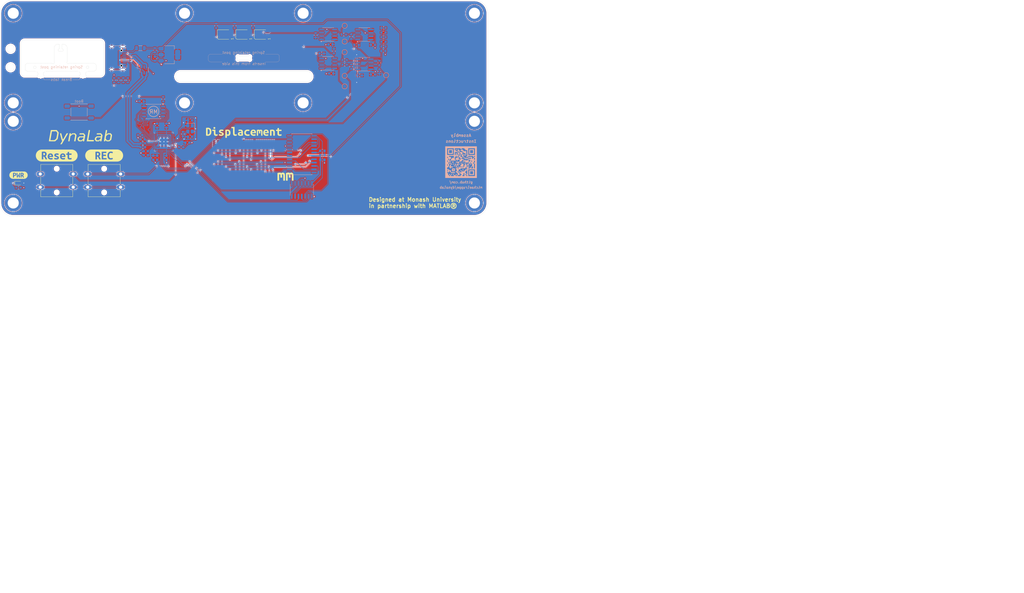
<source format=kicad_pcb>
(kicad_pcb (version 20241229) (generator "pcbnew") (generator_version "9.0")
  (title_block (title "DynaLab") (date "2026-01-21") (rev "02") (company "Monash University") (comment 4 "Design by Michael Ruppe"))
  (layers (0 "F.Cu" signal) (2 "B.Cu" signal) (13 "F.Paste" user) (15 "B.Paste" user) (5 "F.SilkS" user "F.Silkscreen") (7 "B.SilkS" user "B.Silkscreen") (1 "F.Mask" user) (3 "B.Mask" user) (25 "Edge.Cuts" user))
  (net 0 "")
  (net 1 "+3V3")
  (net 2 "GND")
  (net 4 "Net-(R2-Pad2)")
  (net 5 "/SW_REC")
  (net 6 "+5V")
  (net 7 "+1V1")
  (net 8 "/V_REF")
  (net 9 "Net-(U4A-+)")
  (net 10 "Net-(U14-XIN)")
  (net 11 "Net-(C18-Pad2)")
  (net 12 "Net-(D2-K)")
  (net 14 "Net-(J1-CC1)")
  (net 15 "/USB_D+")
  (net 16 "/USB_D-")
  (net 18 "Net-(J1-CC2)")
  (net 19 "Net-(R1-Pad1)")
  (net 20 "Net-(U1A-+)")
  (net 21 "Net-(U8-ISET)")
  (net 22 "Net-(U2A-+)")
  (net 23 "Net-(U2A--)")
  (net 24 "Net-(U1B-+)")
  (net 25 "Net-(R4-Pad1)")
  (net 26 "Net-(U2B-+)")
  (net 27 "Net-(U2B--)")
  (net 28 "Net-(R5-Pad2)")
  (net 29 "Net-(U3A-+)")
  (net 30 "Net-(U3A--)")
  (net 31 "Net-(U9-A)")
  (net 32 "Net-(U11-A)")
  (net 33 "/QSPI_CS")
  (net 34 "/~{BOOT}")
  (net 35 "Net-(U12-A)")
  (net 36 "/~{RESET}")
  (net 37 "Net-(U3B--)")
  (net 39 "/B")
  (net 40 "/DP")
  (net 41 "/F")
  (net 42 "/C")
  (net 43 "/E")
  (net 44 "/DIG2")
  (net 45 "/D")
  (net 46 "/G")
  (net 47 "/A")
  (net 48 "/DIG1")
  (net 49 "/DIG0")
  (net 50 "/7SEG_~{CS}")
  (net 51 "Net-(U14-USB_DP)")
  (net 52 "Net-(U14-USB_DM)")
  (net 53 "/7SEG_CLK")
  (net 54 "/7SEG_DATA")
  (net 55 "Net-(U14-XOUT)")
  (net 57 "/QSPI_D3")
  (net 58 "/QSPI_CLK")
  (net 59 "/QSPI_D1")
  (net 60 "/QSPI_D0")
  (net 61 "/QSPI_D2")
  (net 63 "Net-(U8-CLK)")
  (net 66 "Net-(U8-LOAD)")
  (net 68 "Net-(U8-DIN)")
  (net 70 "/PHOTO_A")
  (net 71 "/PHOTO_B")
  (net 72 "/PHOTO_C")
  (net 92 "VBUS")
  (net 93 "/USB_D_RAW+")
  (net 94 "/USB_D_RAW-")
  (footprint "Footprints:MountingHole_SMTSO3080_3.2mm_M3" (layer "F.Cu") (at 44.25 108)
    (property "Reference" "H11" (hide yes))
    (property "Value" "SMTSO3080" (hide yes))
  )
  (footprint "Footprints:MountingHole_SMTSO3080_3.2mm_M3" (layer "F.Cu") (at 219.25 108)
    (property "Reference" "H12" (hide yes))
    (property "Value" "SMTSO3080" (hide yes))
  )
  (footprint "Footprints:mouse-bite-2mm-4mm" (layer "F.Cu") (at 54.675 90)
    (property "Reference" "mousebite1" (hide yes))
    (property "Value" "VAL**" (hide yes))
  )
  (footprint "Footprints:GS3011A" (layer "F.Cu") (at 131.7275 122.755)
    (property "Reference" "U6" (hide yes))
    (property "Value" "GS3011C" (hide yes))
  )
  (footprint "OptoDevice:Everlight_ITR1201SR10AR" (layer "F.Cu") (at 124.7725 75.1 90)
    (property "Reference" "U9" (hide yes))
    (property "Value" "ITR8307-S17-TR8" (hide yes))
  )
  (footprint "OptoDevice:Everlight_ITR1201SR10AR" (layer "F.Cu") (at 131.7725 75.1 90)
    (property "Reference" "U11" (hide yes))
    (property "Value" "ITR8307-S17-TR8" (hide yes))
  )
  (footprint "Footprints:mouse-bite-2mm-4mm" (layer "F.Cu") (at 70.675 90)
    (property "Reference" "mousebite2" (hide yes))
    (property "Value" "VAL**" (hide yes))
  )
  (footprint "kibuzzard-6930AFAB" (layer "F.Cu") (at 131.75 112.2)
    (property "Reference" "kibuzzard-6930AFAB" (hide yes))
    (property "Value" "G***" (hide yes))
  )
  (footprint "Button_Switch_THT:SW_SPST_Omron_B3F-40xx" (layer "F.Cu") (at 72.5 128)
    (property "Reference" "SW2" (hide yes))
    (property "Value" "REC/STOP" (hide yes))
  )
  (footprint "Footprints:GS3011A" (layer "F.Cu") (at 123.5225 122.755)
    (property "Reference" "U5" (hide yes))
    (property "Value" "GS3011C" (hide yes))
  )
  (footprint "kibuzzard-6964600A" (layer "F.Cu") (at 60.75 121)
    (property "Reference" "kibuzzard-6964600A" (hide yes))
    (property "Value" "G***" (hide yes))
  )
  (footprint "LED_SMD:LED_0603_1608Metric" (layer "F.Cu") (at 46.25 131.444915)
    (property "Reference" "D2" (hide yes))
    (property "Value" "PWR" (hide yes))
  )
  (footprint "Footprints:GS3011A" (layer "F.Cu") (at 139.9775 122.755)
    (property "Reference" "U7" (hide yes))
    (property "Value" "GS3011C" (hide yes))
  )
  (footprint "Footprints:MountingHole_SMTSO3080_3.2mm_M3" (layer "F.Cu") (at 219.25 139)
    (property "Reference" "H9" (hide yes))
    (property "Value" "SMTSO3080" (hide yes))
  )
  (footprint "OptoDevice:Everlight_ITR1201SR10AR" (layer "F.Cu") (at 138.7725 75.1 90)
    (property "Reference" "U12" (hide yes))
    (property "Value" "ITR8307-S17-TR8" (hide yes))
  )
  (footprint "kibuzzard-6964435B" (layer "F.Cu") (at 46.25 128.444915)
    (property "Reference" "kibuzzard-6964435B" (hide yes))
    (property "Value" "G***" (hide yes))
  )
  (footprint "LOGO" (layer "F.Cu") (at 69.61588 112.850712)
    (property "Reference" "LOGO" (hide yes))
    (property "Value" "LOGO" (hide yes))
  )
  (footprint "kibuzzard-69644420" (layer "F.Cu") (at 78.75 121)
    (property "Reference" "kibuzzard-69644420" (hide yes))
    (property "Value" "G***" (hide yes))
  )
  (footprint "Footprints:MountingHole_SMTSO3080_3.2mm_M3" (layer "F.Cu") (at 44.25 139)
    (property "Reference" "H10" (hide yes))
    (property "Value" "SMTSO3080" (hide yes))
  )
  (footprint "Button_Switch_THT:SW_SPST_Omron_B3F-40xx" (layer "F.Cu") (at 54.5 128)
    (property "Reference" "SW3" (hide yes))
    (property "Value" "RESET" (hide yes))
  )
  (footprint "kibuzzard-6930AF86" (layer "F.Cu") (at 147.55 129)
    (property "Reference" "kibuzzard-6930AF86" (hide yes))
    (property "Value" "G***" (hide yes))
  )
  (footprint "Package_SO:SOIC-8_3.9x4.9mm_P1.27mm" (layer "B.Cu") (at 177.5 86.345)
    (property "Reference" "U1" (hide yes))
    (property "Value" "LM393" (hide yes))
  )
  (footprint "Package_TO_SOT_SMD:SOT-23-6" (layer "B.Cu") (at 93.925 88.5 -90)
    (property "Reference" "U13" (hide yes))
    (property "Value" "USBLC6-2SC6" (hide yes))
  )
  (footprint "Capacitor_SMD:C_0603_1608Metric" (layer "B.Cu") (at 107.9625 117.838)
    (property "Reference" "C14" (hide yes))
    (property "Value" "1uF" (hide yes))
  )
  (footprint "Package_SO:SOIC-8_3.9x4.9mm_P1.27mm" (layer "B.Cu") (at 177.5 75.095)
    (property "Reference" "U4" (hide yes))
    (property "Value" "LM393" (hide yes))
  )
  (footprint "Resistor_SMD:R_1206_3216Metric" (layer "B.Cu") (at 92.5 80.25)
    (property "Reference" "F1" (hide yes))
    (property "Value" "PolyFuse 1A Trip" (hide yes))
  )
  (footprint "Capacitor_SMD:C_0603_1608Metric" (layer "B.Cu") (at 98.8625 121.838 -90)
    (property "Reference" "C15" (hide yes))
    (property "Value" "1uF" (hide yes))
  )
  (footprint "kibuzzard-69310240" (layer "B.Cu") (at 214.175 131.162942 180)
    (property "Reference" "kibuzzard-69310240" (hide yes))
    (property "Value" "G***" (hide yes))
  )
  (footprint "kibuzzard-69310248" (layer "B.Cu") (at 214.175 133.162942 180)
    (property "Reference" "kibuzzard-69310248" (hide yes))
    (property "Value" "G***" (hide yes))
  )
  (footprint "Resistor_SMD:R_0603_1608Metric" (layer "B.Cu") (at 135.25 71.75 -90)
    (property "Reference" "R19" (hide yes))
    (property "Value" "220" (hide yes))
  )
  (footprint "Resistor_SMD:R_0603_1608Metric" (layer "B.Cu") (at 82.5 92.425 90)
    (property "Reference" "R32" (hide yes))
    (property "Value" "10k" (hide yes))
  )
  (footprint "Resistor_SMD:R_0603_1608Metric" (layer "B.Cu") (at 86 92.425 90)
    (property "Reference" "R28" (hide yes))
    (property "Value" "10k" (hide yes))
  )
  (footprint "Footprints:MountingHole_SMTSO3060_3.2mm_M3" (layer "B.Cu") (at 219.25 100.9996)
    (property "Reference" "H6" (hide yes))
    (property "Value" "SMTSO3060" (hide yes))
  )
  (footprint "Resistor_SMD:R_0603_1608Metric" (layer "B.Cu") (at 161.325 82.25 180)
    (property "Reference" "R9" (hide yes))
    (property "Value" "10k" (hide yes))
  )
  (footprint "Footprints:MountingHole_SMTSO3060_3.2mm_M3" (layer "B.Cu") (at 109.25 67.0004 -90)
    (property "Reference" "H2" (hide yes))
    (property "Value" "SMTSO3060" (hide yes))
  )
  (footprint "Resistor_SMD:R_0603_1608Metric" (layer "B.Cu") (at 183.17 85.845 -90)
    (property "Reference" "R13" (hide yes))
    (property "Value" "150k" (hide yes))
  )
  (footprint "Resistor_SMD:R_0603_1608Metric" (layer "B.Cu") (at 184.75 72.575 180)
    (property "Reference" "R1" (hide yes))
    (property "Value" "1k" (hide yes))
  )
  (footprint "Connector_USB:USB_C_Receptacle_HCTL_HC-TYPE-C-16P-01A" (layer "B.Cu") (at 82.675 84 90)
    (property "Reference" "J1" (hide yes))
    (property "Value" "USB_C_Receptacle_USB2.0_16P" (hide yes))
  )
  (footprint "Resistor_SMD:R_0603_1608Metric" (layer "B.Cu") (at 172.5 75.845 -90)
    (property "Reference" "R18" (hide yes))
    (property "Value" "150k" (hide yes))
  )
  (footprint "Resistor_SMD:R_0603_1608Metric" (layer "B.Cu") (at 184.75 76.075)
    (property "Reference" "R5" (hide yes))
    (property "Value" "10k" (hide yes))
  )
  (footprint "Resistor_SMD:R_0603_1608Metric" (layer "B.Cu") (at 93.4375 116.338 180)
    (property "Reference" "R23" (hide yes))
    (property "Value" "27R" (hide yes))
  )
  (footprint "Resistor_SMD:R_0603_1608Metric" (layer "B.Cu") (at 159 75.345 90)
    (property "Reference" "R20" (hide yes))
    (property "Value" "10k" (hide yes))
  )
  (footprint "Capacitor_SMD:C_0603_1608Metric" (layer "B.Cu") (at 110.3125 116.113)
    (property "Reference" "C11" (hide yes))
    (property "Value" "100nF" (hide yes))
  )
  (footprint "Package_SO:SOIC-14_3.9x8.7mm_P1.27mm" (layer "B.Cu") (at 153.75 134 90)
    (property "Reference" "U10" (hide yes))
    (property "Value" "74AHCT125" (hide yes))
  )
  (footprint "LOGO" (layer "B.Cu") (at 214.175 123.5 180)
    (property "Reference" "G***" (hide yes))
    (property "Value" "LOGO" (hide yes))
  )
  (footprint "Resistor_SMD:R_0603_1608Metric" (layer "B.Cu") (at 84.25 92.425 90)
    (property "Reference" "R31" (hide yes))
    (property "Value" "10k" (hide yes))
  )
  (footprint "Resistor_SMD:R_0603_1608Metric" (layer "B.Cu") (at 93.4375 117.838 180)
    (property "Reference" "R24" (hide yes))
    (property "Value" "27R" (hide yes))
  )
  (footprint "Resistor_SMD:R_0603_1608Metric" (layer "B.Cu") (at 121.25 71.75 -90)
    (property "Reference" "R8" (hide yes))
    (property "Value" "220" (hide yes))
  )
  (footprint "Footprints:MountingHole_SMTSO3060_3.2mm_M3" (layer "B.Cu") (at 154.25 67.0004 -90)
    (property "Reference" "H4" (hide yes))
    (property "Value" "SMTSO3060" (hide yes))
  )
  (footprint "Capacitor_SMD:C_0603_1608Metric" (layer "B.Cu") (at 92.3875 113.213 180)
    (property "Reference" "C5" (hide yes))
    (property "Value" "100nF" (hide yes))
  )
  (footprint "Resistor_SMD:R_0603_1608Metric" (layer "B.Cu") (at 175.75 90.595)
    (property "Reference" "R10" (hide yes))
    (property "Value" "10k" (hide yes))
  )
  (footprint "Resistor_SMD:R_0603_1608Metric" (layer "B.Cu") (at 165.92 81.345 -90)
    (property "Reference" "R15" (hide yes))
    (property "Value" "10k" (hide yes))
  )
  (footprint "Resistor_SMD:R_0603_1608Metric" (layer "B.Cu") (at 172.5 87.25 -90)
    (property "Reference" "R6" (hide yes))
    (property "Value" "150k" (hide yes))
  )
  (footprint "Button_Switch_SMD:SW_Push_1P1T_NO_E-Switch_TL3301NxxxxxG" (layer "B.Cu") (at 69.25 104.5)
    (property "Reference" "SW1" (hide yes))
    (property "Value" "BOOT" (hide yes))
  )
  (footprint "Resistor_SMD:R_0603_1608Metric" (layer "B.Cu") (at 170 86.5)
    (property "Reference" "R11" (hide yes))
    (property "Value" "10k" (hide yes))
  )
  (footprint "Resistor_SMD:R_0603_1608Metric" (layer "B.Cu") (at 46.25 133.194915)
    (property "Reference" "R30" (hide yes))
    (property "Value" "220" (hide yes))
  )
  (footprint "Package_SO:SOIC-24W_7.5x15.4mm_P1.27mm" (layer "B.Cu") (at 153.75 120.5)
    (property "Reference" "U8" (hide yes))
    (property "Value" "MAX7219" (hide yes))
  )
  (footprint "Capacitor_SMD:C_0603_1608Metric" (layer "B.Cu") (at 98 81.025 -90)
    (property "Reference" "C19" (hide yes))
    (property "Value" "10uF" (hide yes))
  )
  (footprint "Resistor_SMD:R_0603_1608Metric" (layer "B.Cu") (at 184.75 79.575)
    (property "Reference" "R12" (hide yes))
    (property "Value" "10k" (hide yes))
  )
  (footprint "Resistor_SMD:R_0603_1608Metric" (layer "B.Cu") (at 161.55 120.8)
    (property "Reference" "R2" (hide yes))
    (property "Value" "10k" (hide yes))
  )
  (footprint "Capacitor_SMD:C_0603_1608Metric" (layer "B.Cu") (at 98.8625 109.638 90)
    (property "Reference" "C13" (hide yes))
    (property "Value" "100nF" (hide yes))
  )
  (footprint "Capacitor_SMD:C_0603_1608Metric" (layer "B.Cu") (at 161.55 122.6)
    (property "Reference" "C22" (hide yes))
    (property "Value" "100n" (hide yes))
  )
  (footprint "Capacitor_SMD:C_0603_1608Metric" (layer "B.Cu") (at 164.92 89.845 180)
    (property "Reference" "C2" (hide yes))
    (property "Value" "100n" (hide yes))
  )
  (footprint "TestPoint:TestPoint_Pad_D1.5mm" (layer "B.Cu") (at 170 94.75 90)
    (property "Reference" "TP1" (hide yes))
    (property "Value" "TestPoint" (hide yes))
  )
  (footprint "Resistor_SMD:R_0603_1608Metric" (layer "B.Cu") (at 128.25 71.75 -90)
    (property "Reference" "R14" (hide yes))
    (property "Value" "220" (hide yes))
  )
  (footprint "Footprints:MountingHole_SMTSO3060_3.2mm_M3" (layer "B.Cu") (at 44.25 100.9996)
    (property "Reference" "H5" (hide yes))
    (property "Value" "SMTSO3060" (hide yes))
  )
  (footprint "Package_SO:SOIC-8_3.9x4.9mm_P1.27mm" (layer "B.Cu") (at 163.75 86)
    (property "Reference" "U2" (hide yes))
    (property "Value" "LM358" (hide yes))
  )
  (footprint "Resistor_SMD:R_0603_1608Metric" (layer "B.Cu") (at 169.67 75.095)
    (property "Reference" "R22" (hide yes))
    (property "Value" "10k" (hide yes))
  )
  (footprint "Footprints:MountingHole_SMTSO3060_3.2mm_M3" (layer "B.Cu") (at 154.25 101 -90)
    (property "Reference" "H3" (hide yes))
    (property "Value" "SMTSO3060" (hide yes))
  )
  (footprint "Footprints:MountingHole_SMTSO3060_3.2mm_M3" (layer "B.Cu") (at 44.25 67)
    (property "Reference" "H7" (hide yes))
    (property "Value" "SMTSO3060" (hide yes))
  )
  (footprint "Package_TO_SOT_SMD:SOT-223-3_TabPin2" (layer "B.Cu") (at 103.5 82.75)
    (property "Reference" "U15" (hide yes))
    (property "Value" "AMS1117-3.3" (hide yes))
  )
  (footprint "Capacitor_SMD:C_0603_1608Metric" (layer "B.Cu") (at 94.5625 120.838 180)
    (property "Reference" "C7" (hide yes))
    (property "Value" "100nF" (hide yes))
  )
  (footprint "Capacitor_SMD:C_0603_1608Metric" (layer "B.Cu") (at 97.3625 121.838 -90)
    (property "Reference" "C9" (hide yes))
    (property "Value" "100nF" (hide yes))
  )
  (footprint "Package_SO:SOIC-8_5.3x5.3mm_P1.27mm" (layer "B.Cu") (at 97.5 104.263 180)
    (property "Reference" "U16" (hide yes))
    (property "Value" "W25Q16JVSS" (hide yes))
  )
  (footprint "Capacitor_SMD:C_0603_1608Metric" (layer "B.Cu") (at 180.75 79)
    (property "Reference" "C4" (hide yes))
    (property "Value" "100n" (hide yes))
  )
  (footprint "Resistor_SMD:R_0603_1608Metric" (layer "B.Cu") (at 108.6125 112.838 -90)
    (property "Reference" "R27" (hide yes))
    (property "Value" "1k" (hide yes))
  )
  (footprint "Resistor_SMD:R_0603_1608Metric" (layer "B.Cu") (at 184.75 74.325 180)
    (property "Reference" "R4" (hide yes))
    (property "Value" "1k" (hide yes))
  )
  (footprint "TestPoint:TestPoint_Pad_D1.5mm" (layer "B.Cu") (at 170 90.75 90)
    (property "Reference" "TP2" (hide yes))
    (property "Value" "TestPoint" (hide yes))
  )
  (footprint "Capacitor_SMD:C_0603_1608Metric" (layer "B.Cu") (at 94.5625 119.338 180)
    (property "Reference" "C6" (hide yes))
    (property "Value" "100nF" (hide yes))
  )
  (footprint "Package_SO:SOIC-8_3.9x4.9mm_P1.27mm" (layer "B.Cu") (at 163.75 75)
    (property "Reference" "U3" (hide yes))
    (property "Value" "LM358" (hide yes))
  )
  (footprint "TestPoint:TestPoint_Pad_D1.5mm" (layer "B.Cu") (at 185.75 90.5 90)
    (property "Reference" "TP4" (hide yes))
    (property "Value" "TestPoint" (hide yes))
  )
  (footprint "TestPoint:TestPoint_Pad_D1.5mm" (layer "B.Cu") (at 170 77.75 90)
    (property "Reference" "TP6" (hide yes))
    (property "Value" "TestPoint" (hide yes))
  )
  (footprint "Capacitor_SMD:C_0603_1608Metric" (layer "B.Cu") (at 98 84.25 -90)
    (property "Reference" "C20" (hide yes))
    (property "Value" "10uF" (hide yes))
  )
  (footprint "Resistor_SMD:R_0603_1608Metric" (layer "B.Cu") (at 183.17 89.095 -90)
    (property "Reference" "R16" (hide yes))
    (property "Value" "10k" (hide yes))
  )
  (footprint "RP2040_minimal:RP2040-QFN-56" (layer "B.Cu") (at 101.425 115.738 -90)
    (property "Reference" "U14" (hide yes))
    (property "Value" "RP2040" (hide yes))
  )
  (footprint "Capacitor_SMD:C_0603_1608Metric" (layer "B.Cu") (at 102.3625 109.638 90)
    (property "Reference" "C12" (hide yes))
    (property "Value" "100nF" (hide yes))
  )
  (footprint "Capacitor_SMD:C_0603_1608Metric" (layer "B.Cu") (at 102.3625 121.838 -90)
    (property "Reference" "C10" (hide yes))
    (property "Value" "100nF" (hide yes))
  )
  (footprint "Capacitor_SMD:C_0603_1608Metric" (layer "B.Cu") (at 164.67 78.845 180)
    (property "Reference" "C3" (hide yes))
    (property "Value" "100n" (hide yes))
  )
  (footprint "Resistor_SMD:R_0603_1608Metric" (layer "B.Cu") (at 184.75 77.825)
    (property "Reference" "R7" (hide yes))
    (property "Value" "10k" (hide yes))
  )
  (footprint "Resistor_SMD:R_0603_1608Metric" (layer "B.Cu") (at 170 84.75)
    (property "Reference" "R17" (hide yes))
    (property "Value" "10k" (hide yes))
  )
  (footprint "Footprints:MountingHole_SMTSO3060_3.2mm_M3" (layer "B.Cu") (at 109.25 101 -90)
    (property "Reference" "H1" (hide yes))
    (property "Value" "SMTSO3060" (hide yes))
  )
  (footprint "Capacitor_SMD:C_0603_1608Metric" (layer "B.Cu") (at 92.9875 100.403 180)
    (property "Reference" "C16" (hide yes))
    (property "Value" "100nF" (hide yes))
  )
  (footprint "Capacitor_SMD:C_0603_1608Metric" (layer "B.Cu") (at 184.675 81.325)
    (property "Reference" "C21" (hide yes))
    (property "Value" "100n" (hide yes))
  )
  (footprint "kibuzzard-69310180" (layer "B.Cu") (at 214.175 115.5 180)
    (property "Reference" "kibuzzard-69310180" (hide yes))
    (property "Value" "G***" (hide yes))
  )
  (footprint "Resistor_SMD:R_0603_1608Metric" (layer "B.Cu") (at 174.5 79)
    (property "Reference" "R21" (hide yes))
    (property "Value" "10k" (hide yes))
  )
  (footprint "Capacitor_SMD:C_0603_1608Metric" (layer "B.Cu") (at 111.3375 113.838)
    (property "Reference" "C18" (hide yes))
    (property "Value" "27pF" (hide yes))
  )
  (footprint "Capacitor_SMD:C_0603_1608Metric" (layer "B.Cu") (at 180.75 90.25)
    (property "Reference" "C1" (hide yes))
    (property "Value" "100n" (hide yes))
  )
  (footprint "kibuzzard-69645CED" (layer "B.Cu") (at 214.175 113.412942 180)
    (property "Reference" "kibuzzard-69645CED" (hide yes))
    (property "Value" "G***" (hide yes))
  )
  (footprint "Resistor_SMD:R_0603_1608Metric" (layer "B.Cu") (at 101.1625 99.5905 -90)
    (property "Reference" "R25" (hide yes))
    (property "Value" "1k" (hide yes))
  )
  (footprint "Footprints:MountingHole_SMTSO3060_3.2mm_M3" (layer "B.Cu") (at 219.25 67)
    (property "Reference" "H8" (hide yes))
    (property "Value" "SMTSO3060" (hide yes))
  )
  (footprint "TestPoint:TestPoint_Pad_D1.5mm" (layer "B.Cu") (at 170 71.75 90)
    (property "Reference" "TP5" (hide yes))
    (property "Value" "TestPoint" (hide yes))
  )
  (footprint "Crystal:Crystal_SMD_3225-4Pin_3.2x2.5mm" (layer "B.Cu") (at 111.3485 110.768 -90)
    (property "Reference" "Y1" (hide yes))
    (property "Value" "12MHz 20pF 50Ohm_ESR" (hide yes))
  )
  (footprint "TestPoint:TestPoint_Pad_D1.5mm" (layer "B.Cu") (at 170 81.75 90)
    (property "Reference" "TP3" (hide yes))
    (property "Value" "TestPoint" (hide yes))
  )
  (footprint "Resistor_SMD:R_0603_1608Metric" (layer "B.Cu") (at 161.55 119.2 180)
    (property "Reference" "R3" (hide yes))
    (property "Value" "10k" (hide yes))
  )
  (footprint "Resistor_SMD:R_0603_1608Metric" (layer "B.Cu") (at 87.75 92.425 90)
    (property "Reference" "R29" (hide yes))
    (property "Value" "10k" (hide yes))
  )
  (footprint "Capacitor_SMD:C_0603_1608Metric" (layer "B.Cu") (at 111.3625 107.638)
    (property "Reference" "C17" (hide yes))
    (property "Value" "27pF" (hide yes))
  )
  (footprint "Capacitor_SMD:C_0603_1608Metric" (layer "B.Cu") (at 93.3625 114.838 180)
    (property "Reference" "C8" (hide yes))
    (property "Value" "100nF" (hide yes))
  )
  (gr_line (start 145.253586 84.496404) (end 145.24999 83.496405) (stroke (width 0.05)) (layer "B.SilkS"))
  (gr_line (start 66.925 92.25) (end 69.175 92.25) (stroke (width 0.1)) (layer "B.SilkS"))
  (gr_arc (start 119.246408 85.5) (mid 118.539296 85.20711) (end 118.246408 84.5) (stroke (width 0.05)) (layer "B.SilkS"))
  (gr_line (start 118.246408 84.5) (end 118.246408 83.5) (stroke (width 0.05)) (layer "B.SilkS"))
  (gr_arc (start 118.246408 83.5) (mid 118.539302 82.792896) (end 119.246408 82.5) (stroke (width 0.05)) (layer "B.SilkS"))
  (gr_line (start 56.05 92.25) (end 55.5 91.5) (stroke (width 0.1)) (layer "B.SilkS"))
  (gr_line (start 140 85.5) (end 144.253592 85.5) (stroke (width 0.05)) (layer "B.SilkS"))
  (gr_line (start 123.496405 82.5) (end 119.246408 82.5) (stroke (width 0.05)) (layer "B.SilkS"))
  (gr_arc (start 145.253586 84.496404) (mid 144.961969 85.205832) (end 144.253592 85.5) (stroke (width 0.05)) (layer "B.SilkS"))
  (gr_arc (start 144.249997 82.5) (mid 144.955834 82.791622) (end 145.24999 83.496405) (stroke (width 0.05)) (layer "B.SilkS"))
  (gr_line (start 69.175 92.25) (end 69.75 91.5) (stroke (width 0.1)) (layer "B.SilkS"))
  (gr_circle (center 97.5 104.25) (end 99.5 104.25) (stroke (width 0.2)) (fill no) (layer "B.SilkS"))
  (gr_line (start 144.249997 82.5) (end 140 82.5) (stroke (width 0.05)) (layer "B.SilkS"))
  (gr_line (start 58.3 92.25) (end 56.05 92.25) (stroke (width 0.1)) (layer "B.SilkS"))
  (gr_line (start 123.496405 85.5) (end 119.246408 85.5) (stroke (width 0.05)) (layer "B.SilkS"))
  (gr_arc (start 224.25 139) (mid 222.785534 142.535534) (end 219.25 144) (stroke (width 0.05)) (layer "Edge.Cuts"))
  (gr_arc (start 39.25 67) (mid 40.714466 63.464466) (end 44.25 62) (stroke (width 0.05)) (layer "Edge.Cuts"))
  (gr_arc (start 44.25 144) (mid 40.714466 142.535534) (end 39.25 139) (stroke (width 0.05)) (layer "Edge.Cuts"))
  (gr_arc (start 56.675 91) (mid 55.675 90) (end 56.675 89) (stroke (width 0.05)) (layer "Edge.Cuts"))
  (gr_arc (start 63.25 78.75) (mid 64.31066 79.18934) (end 64.75 80.25) (stroke (width 0.05)) (layer "Edge.Cuts"))
  (gr_line (start 224.25 67) (end 224.25 139) (stroke (width 0.05)) (layer "Edge.Cuts"))
  (gr_line (start 75.757178 87.996404) (end 75.753582 86.996405) (stroke (width 0.05)) (layer "Edge.Cuts"))
  (gr_line (start 48.675 91) (end 52.675 91) (stroke (width 0.05)) (layer "Edge.Cuts"))
  (gr_line (start 56.675 91) (end 68.675 91) (stroke (width 0.05)) (layer "Edge.Cuts"))
  (gr_arc (start 68.675 89) (mid 69.675 90) (end 68.675 91) (stroke (width 0.05)) (layer "Edge.Cuts"))
  (gr_line (start 39.25 139) (end 39.25 67) (stroke (width 0.05)) (layer "Edge.Cuts"))
  (gr_arc (start 47.174999 78.5) (mid 47.614339 77.439339) (end 48.674999 77) (stroke (width 0.05)) (layer "Edge.Cuts"))
  (gr_line (start 61.25 78.75) (end 61.75 78.75) (stroke (width 0.05)) (layer "Edge.Cuts"))
  (gr_arc (start 65.457106 86) (mid 64.75 86) (end 64.75 85.292894) (stroke (width 0.05)) (layer "Edge.Cuts"))
  (gr_line (start 72.675 91) (end 77.175001 91) (stroke (width 0.05)) (layer "Edge.Cuts"))
  (gr_arc (start 62.75 80.5) (mid 63.103553 80.646447) (end 63.25 81) (stroke (width 0.05)) (layer "Edge.Cuts"))
  (gr_arc (start 52.675 89) (mid 53.675 90) (end 52.675 91) (stroke (width 0.05)) (layer "Edge.Cuts"))
  (gr_line (start 59.75 80.25) (end 59.75 85.292894) (stroke (width 0.05)) (layer "Edge.Cuts"))
  (gr_arc (start 133.642894 83.1) (mid 134.35 83.1) (end 134.35 83.807106) (stroke (width 0.05)) (layer "Edge.Cuts"))
  (gr_line (start 77.175 77) (end 48.675 77) (stroke (width 0.05)) (layer "Edge.Cuts"))
  (gr_line (start 47.175 78.5) (end 47.175 89.5) (stroke (width 0.05)) (layer "Edge.Cuts"))
  (gr_line (start 129.15 84.192894) (end 129.15 83.807106) (stroke (width 0.05)) (layer "Edge.Cuts"))
  (gr_arc (start 61.75 81.5) (mid 61.396447 81.353553) (end 61.25 81) (stroke (width 0.05)) (layer "Edge.Cuts"))
  (gr_line (start 49.75 86) (end 59.042894 86) (stroke (width 0.05)) (layer "Edge.Cuts"))
  (gr_line (start 219.25 144) (end 44.25 144) (stroke (width 0.05)) (layer "Edge.Cuts"))
  (gr_circle (center 72.425 87.5) (end 72.925 87.5) (stroke (width 0.05)) (fill no) (layer "Edge.Cuts"))
  (gr_line (start 49.75 89) (end 52.675 89) (stroke (width 0.05)) (layer "Edge.Cuts"))
  (gr_arc (start 63.25 81) (mid 63.103553 81.353553) (end 62.75 81.5) (stroke (width 0.05)) (layer "Edge.Cuts"))
  (gr_line (start 62.75 78.75) (end 62.75 80.5) (stroke (width 0.05)) (layer "Edge.Cuts"))
  (gr_arc (start 72.675 91) (mid 71.675 90) (end 72.675 89) (stroke (width 0.05)) (layer "Edge.Cuts"))
  (gr_circle (center 52.425 87.5) (end 52.925 87.5) (stroke (width 0.05)) (fill no) (layer "Edge.Cuts"))
  (gr_arc (start 129.857106 84.9) (mid 129.15 84.9) (end 129.15 84.192894) (stroke (width 0.05)) (layer "Edge.Cuts"))
  (gr_line (start 63.25 78.75) (end 62.75 78.75) (stroke (width 0.05)) (layer "Edge.Cuts"))
  (gr_line (start 44.25 62) (end 219.25 62) (stroke (width 0.05)) (layer "Edge.Cuts"))
  (gr_line (start 61.75 78.75) (end 61.75 80.5) (stroke (width 0.05)) (layer "Edge.Cuts"))
  (gr_line (start 129.857106 84.9) (end 133.642894 84.9) (stroke (width 0.05)) (layer "Edge.Cuts"))
  (gr_arc (start 107.75 93) (mid 105.75 91) (end 107.75 89) (stroke (width 0.05)) (layer "Edge.Cuts"))
  (gr_line (start 56.675 89) (end 68.675 89) (stroke (width 0.05)) (layer "Edge.Cuts"))
  (gr_arc (start 78.675001 89.500001) (mid 78.235661 90.560661) (end 77.175001 91.000001) (stroke (width 0.05)) (layer "Edge.Cuts"))
  (gr_arc (start 59.75 80.25) (mid 60.18934 79.18934) (end 61.25 78.75) (stroke (width 0.05)) (layer "Edge.Cuts"))
  (gr_line (start 72.675 89) (end 74.757184 89) (stroke (width 0.05)) (layer "Edge.Cuts"))
  (gr_line (start 61.75 81.5) (end 62.75 81.5) (stroke (width 0.05)) (layer "Edge.Cuts"))
  (gr_arc (start 75.757178 87.996404) (mid 75.46556 88.705829) (end 74.757184 89) (stroke (width 0.05)) (layer "Edge.Cuts"))
  (gr_line (start 155.75 93) (end 107.75 93) (stroke (width 0.05)) (layer "Edge.Cuts"))
  (gr_line (start 107.75 89) (end 155.75 89) (stroke (width 0.05)) (layer "Edge.Cuts"))
  (gr_arc (start 48.675 91) (mid 47.61434 90.56066) (end 47.175 89.5) (stroke (width 0.05)) (layer "Edge.Cuts"))
  (gr_line (start 134.35 84.192894) (end 134.35 83.807106) (stroke (width 0.05)) (layer "Edge.Cuts"))
  (gr_line (start 78.675 89.5) (end 78.675 78.5) (stroke (width 0.05)) (layer "Edge.Cuts"))
  (gr_circle (center 43.25 87.5) (end 44.75 87.5) (stroke (width 0.05)) (fill no) (layer "Edge.Cuts"))
  (gr_line (start 48.75 88) (end 48.75 87) (stroke (width 0.05)) (layer "Edge.Cuts"))
  (gr_line (start 74.753589 86) (end 65.457106 86) (stroke (width 0.05)) (layer "Edge.Cuts"))
  (gr_arc (start 129.15 83.807106) (mid 129.15 83.1) (end 129.857106 83.1) (stroke (width 0.05)) (layer "Edge.Cuts"))
  (gr_arc (start 77.175 77) (mid 78.23566 77.43934) (end 78.675 78.5) (stroke (width 0.05)) (layer "Edge.Cuts"))
  (gr_arc (start 61.25 81) (mid 61.396447 80.646447) (end 61.75 80.5) (stroke (width 0.05)) (layer "Edge.Cuts"))
  (gr_circle (center 43.25 80.5) (end 43.25 79) (stroke (width 0.05)) (fill no) (layer "Edge.Cuts"))
  (gr_arc (start 49.75 89) (mid 49.042893 88.707107) (end 48.75 88) (stroke (width 0.05)) (layer "Edge.Cuts"))
  (gr_line (start 64.75 80.25) (end 64.75 85.292894) (stroke (width 0.05)) (layer "Edge.Cuts"))
  (gr_arc (start 48.75 87) (mid 49.042893 86.292893) (end 49.75 86) (stroke (width 0.05)) (layer "Edge.Cuts"))
  (gr_line (start 129.857106 83.1) (end 133.642894 83.1) (stroke (width 0.05)) (layer "Edge.Cuts"))
  (gr_arc (start 59.75 85.292894) (mid 59.75 86) (end 59.042894 86) (stroke (width 0.05)) (layer "Edge.Cuts"))
  (gr_arc (start 74.753589 86) (mid 75.459431 86.291619) (end 75.753582 86.996405) (stroke (width 0.05)) (layer "Edge.Cuts"))
  (gr_arc (start 219.25 62) (mid 222.785534 63.464466) (end 224.25 67) (stroke (width 0.05)) (layer "Edge.Cuts"))
  (gr_arc (start 155.75 89) (mid 157.75 91) (end 155.75 93) (stroke (width 0.05)) (layer "Edge.Cuts"))
  (gr_arc (start 134.35 84.192894) (mid 134.35 84.9) (end 133.642894 84.9) (stroke (width 0.05)) (layer "Edge.Cuts"))
  (gr_text "Designed at Monash University\nin partnership with MATLAB®" (at 179 141 0) (layer "F.SilkS") (effects (font (size 1.5 1.5) (thickness 0.3) (bold yes)) (justify left bottom)))
  (gr_text "MR" (at 97.5 105.25 0) (layer "B.SilkS") (effects (font (size 1.5 1.5) (thickness 0.2)) (justify bottom mirror)))
  (gr_text "Spring retaining post" (at 70.675 88 0) (layer "B.SilkS") (effects (font (size 1 1) (thickness 0.1)) (justify left bottom mirror)))
  (gr_text "Inserts from this side" (at 131.75 86.75 0) (layer "B.SilkS") (effects (font (size 1 1) (thickness 0.1)) (justify bottom mirror)))
  (gr_text "Spring retaining post" (at 131.675 82.5 0) (layer "B.SilkS") (effects (font (size 1 1) (thickness 0.1)) (justify bottom mirror)))
  (gr_text "Break tabs" (at 66.675 92.75 0) (layer "B.SilkS") (effects (font (size 1 1) (thickness 0.1)) (justify left bottom mirror)))
  (gr_text "Boot" (at 69.25 101 0) (layer "B.SilkS") (effects (font (size 1 1) (thickness 0.1)) (justify bottom mirror)))
  (segment (start 47.0375 131.444915) (end 48.25 131.444915) (width 0.2) (layer "F.Cu") (net 1))
  (segment (start 174.575 82.750002) (end 174.575 93.25) (width 0.4) (layer "F.Cu") (net 1))
  (via (at 48.25 131.444915) (size 0.6) (drill 0.3) (layers "F.Cu" "B.Cu") (net 1))
  (via (at 174.575 93.25) (size 0.6) (drill 0.3) (layers "F.Cu" "B.Cu") (net 1))
  (via (at 174.575 82.750002) (size 0.6) (drill 0.3) (layers "F.Cu" "B.Cu") (net 1))
  (segment (start 98.825 110.6) (end 98.825 113.1) (width 0.2) (layer "B.Cu") (net 1))
  (segment (start 97.351 117.949) (end 96.463 118.838) (width 0.2) (layer "B.Cu") (net 1))
  (segment (start 96.463 119.713) (end 95.337 120.838) (width 0.2) (layer "B.Cu") (net 1))
  (segment (start 102.663 113.338) (end 103.613 113.338) (width 0.2) (layer "B.Cu") (net 1))
  (segment (start 98.817 118.393) (end 98.817 119.186) (width 0.2) (layer "B.Cu") (net 1))
  (segment (start 98.817 118.393) (end 98.817 118.226) (width 0.2) (layer "B.Cu") (net 1))
  (segment (start 98.963 113.238) (end 98.863 113.338) (width 0.2) (layer "B.Cu") (net 1))
  (segment (start 97.363 116.338) (end 97.987 116.338) (width 0.2) (layer "B.Cu") (net 1))
  (segment (start 104.1 115.975) (end 104.063 115.938) (width 0.2) (layer "B.Cu") (net 1))
  (segment (start 93.806 102.252) (end 93.806 100.438) (width 0.4) (layer "B.Cu") (net 1))
  (segment (start 165.695 88.13) (end 165.92 87.905) (width 0.2) (layer "B.Cu") (net 1))
  (segment (start 98.963 113.238) (end 102.273 113.238) (width 0.2) (layer "B.Cu") (net 1))
  (segment (start 104.12 116.554) (end 104.12 116.056) (width 0.2) (layer "B.Cu") (net 1))
  (segment (start 104.1 116.574) (end 104.12 116.554) (width 0.2) (layer "B.Cu") (net 1))
  (segment (start 165.445 76.93) (end 165.47 76.905) (width 0.2) (layer "B.Cu") (net 1))
  (segment (start 165.47 76.905) (end 166.225 76.905) (width 0.2) (layer "B.Cu") (net 1))
  (segment (start 98.863 113.338) (end 98.863 113.838) (width 0.2) (layer "B.Cu") (net 1))
  (segment (start 102.425 113.086) (end 102.417 113.093) (width 0.2) (layer "B.Cu") (net 1))
  (segment (start 102.363 121.063) (end 102.363 120.988) (width 0.2) (layer "B.Cu") (net 1))
  (segment (start 102.273 113.238) (end 102.417 113.093) (width 0.2) (layer "B.Cu") (net 1))
  (segment (start 98.825 113.1) (end 98.963 113.238) (width 0.2) (layer "B.Cu") (net 1))
  (segment (start 165.445 78.845) (end 165.445 76.93) (width 0.2) (layer "B.Cu") (net 1))
  (segment (start 102.417 113.093) (end 102.663 113.338) (width 0.2) (layer "B.Cu") (net 1))
  (segment (start 97.363 115.938) (end 97.163 116.138) (width 0.2) (layer "B.Cu") (net 1))
  (segment (start 98.863 110.563) (end 98.825 110.6) (width 0.2) (layer "B.Cu") (net 1))
  (segment (start 106.75 82.65) (end 106.65 82.75) (width 0.4) (layer "B.Cu") (net 1))
  (segment (start 104.1 118.343) (end 104.1 116.574) (width 0.2) (layer "B.Cu") (net 1))
  (segment (start 102.425 110.75) (end 102.425 113.086) (width 0.2) (layer "B.Cu") (net 1))
  (segment (start 98.863 121.063) (end 98.824 121.024) (width 0.2) (layer "B.Cu") (net 1))
  (segment (start 104.12 116.056) (end 104.1 116.036) (width 0.2) (layer "B.Cu") (net 1))
  (segment (start 109.537 116.113) (end 109.363 115.938) (width 0.2) (layer "B.Cu") (net 1))
  (segment (start 102.363 120.988) (end 102.425 120.926) (width 0.2) (layer "B.Cu") (net 1))
  (segment (start 102.608 118.343) (end 104.1 118.343) (width 0.2) (layer "B.Cu") (net 1))
  (segment (start 102.363 110.688) (end 102.425 110.75) (width 0.2) (layer "B.Cu") (net 1))
  (segment (start 109.363 115.938) (end 104.063 115.938) (width 0.2) (layer "B.Cu") (net 1))
  (segment (start 179.975 88.25) (end 179.975 90.25) (width 0.2) (layer "B.Cu") (net 1))
  (segment (start 165.92 87.905) (end 166.225 87.905) (width 0.2) (layer "B.Cu") (net 1))
  (segment (start 93.912 102.358) (end 93.806 102.252) (width 0.4) (layer "B.Cu") (net 1))
  (segment (start 102.425 118.526) (end 102.608 118.343) (width 0.2) (layer "B.Cu") (net 1))
  (segment (start 96.463 118.838) (end 96.463 119.713) (width 0.2) (layer "B.Cu") (net 1))
  (segment (start 98.675 115.938) (end 98.7 115.963) (width 0.2) (layer "B.Cu") (net 1))
  (segment (start 104.1 116.036) (end 104.1 115.975) (width 0.2) (layer "B.Cu") (net 1))
  (segment (start 94.133 114.896) (end 95.376 116.138) (width 0.2) (layer "B.Cu") (net 1))
  (segment (start 104.063 113.788) (end 104.063 115.938) (width 0.2) (layer "B.Cu") (net 1))
  (segment (start 98.541 117.949) (end 97.351 117.949) (width 0.2) (layer "B.Cu") (net 1))
  (segment (start 93.806 100.438) (end 93.762 100.392) (width 0.4) (layer "B.Cu") (net 1))
  (segment (start 97.988 115.938) (end 98.675 115.938) (width 0.2) (layer "B.Cu") (net 1))
  (segment (start 97.987 115.938) (end 97.363 115.938) (width 0.2) (layer "B.Cu") (net 1))
  (segment (start 98.837 121.038) (end 98.863 121.063) (width 0.2) (layer "B.Cu") (net 1))
  (segment (start 98.817 118.226) (end 98.541 117.949) (width 0.2) (layer "B.Cu") (net 1))
  (segment (start 102.425 120.926) (end 102.425 118.526) (width 0.2) (layer "B.Cu") (net 1))
  (segment (start 97.363 121.063) (end 97.387 121.038) (width 0.2) (layer "B.Cu") (net 1))
  (segment (start 97.387 121.038) (end 98.837 121.038) (width 0.2) (layer "B.Cu") (net 1))
  (segment (start 97.988 116.338) (end 98.625 116.338) (width 0.2) (layer "B.Cu") (net 1))
  (segment (start 98.773 118.348) (end 98.817 118.393) (width 0.2) (layer "B.Cu") (net 1))
  (segment (start 95.376 116.138) (end 97.163 116.138) (width 0.2) (layer "B.Cu") (net 1))
  (segment (start 94.133 114.73) (end 94.133 114.896) (width 0.2) (layer "B.Cu") (net 1))
  (segment (start 97.163 116.138) (end 97.363 116.338) (width 0.2) (layer "B.Cu") (net 1))
  (segment (start 98.824 121.024) (end 98.824 119.176) (width 0.2) (layer "B.Cu") (net 1))
  (segment (start 103.613 113.338) (end 104.063 113.788) (width 0.2) (layer "B.Cu") (net 1))
  (segment (start 98.625 116.338) (end 98.7 116.263) (width 0.2) (layer "B.Cu") (net 1))
  (segment (start 97.98 118.348) (end 98.773 118.348) (width 0.2) (layer "B.Cu") (net 1))
  (segment (start 165.695 89.845) (end 165.695 88.13) (width 0.2) (layer "B.Cu") (net 1))
  (segment (start 102.363 110.413) (end 102.363 110.688) (width 0.2) (layer "B.Cu") (net 1))
  (segment (start 98.863 110.413) (end 98.863 110.563) (width 0.2) (layer "B.Cu") (net 1))
  (via (at 102.25 85) (size 0.6) (drill 0.3) (layers "F.Cu" "B.Cu") (net 2))
  (via (at 181.65 89.15) (size 0.6) (drill 0.3) (layers "F.Cu" "B.Cu") (net 2))
  (via (at 147.35 123.64) (size 0.6) (drill 0.3) (layers "F.Cu" "B.Cu") (net 2))
  (via (at 158.55 136.5) (size 0.6) (drill 0.3) (layers "F.Cu" "B.Cu") (net 2))
  (via (at 162.85 78.95) (size 0.6) (drill 0.3) (layers "F.Cu" "B.Cu") (net 2))
  (via (at 147.55 117.4) (size 0.6) (drill 0.3) (layers "F.Cu" "B.Cu") (net 2))
  (via (at 98.163 123.638) (size 0.6) (drill 0.35) (layers "F.Cu" "B.Cu") (net 2))
  (via (at 69.25 102.25) (size 0.6) (drill 0.3) (layers "F.Cu" "B.Cu") (net 2))
  (via (at 177.809 74.46) (size 0.6) (drill 0.3) (layers "F.Cu" "B.Cu") (net 2))
  (via (at 92.663 120.038) (size 0.6) (drill 0.35) (layers "F.Cu" "B.Cu") (net 2))
  (via (at 176.85 84.15) (size 0.6) (drill 0.3) (layers "F.Cu" "B.Cu") (net 2))
  (via (at 100.5 86.5) (size 0.6) (drill 0.3) (layers "F.Cu" "B.Cu") (net 2))
  (via (at 82.5 90.425) (size 0.6) (drill 0.3) (layers "F.Cu" "B.Cu") (net 2))
  (via (at 154.95 129.6) (size 0.6) (drill 0.3) (layers "F.Cu" "B.Cu") (net 2))
  (via (at 97.3985 89.8976) (size 0.6) (drill 0.3) (layers "F.Cu" "B.Cu") (net 2))
  (via (at 99.8 106.252) (size 0.6) (drill 0.35) (layers "F.Cu" "B.Cu") (net 2))
  (via (at 109.063 114.781) (size 0.6) (drill 0.35) (layers "F.Cu" "B.Cu") (net 2))
  (via (at 163.05 89.95) (size 0.6) (drill 0.3) (layers "F.Cu" "B.Cu") (net 2))
  (via (at 162.85 84.15) (size 0.6) (drill 0.3) (layers "F.Cu" "B.Cu") (net 2))
  (via (at 113.463 106.738) (size 0.6) (drill 0.35) (layers "F.Cu" "B.Cu") (net 2))
  (via (at 97.825 108.938) (size 0.6) (drill 0.35) (layers "F.Cu" "B.Cu") (net 2))
  (via (at 112.063 116.102) (size 0.6) (drill 0.35) (layers "F.Cu" "B.Cu") (net 2))
  (via (at 163.25 73.095) (size 0.6) (drill 0.3) (layers "F.Cu" "B.Cu") (net 2))
  (via (at 95.75 83.5) (size 0.6) (drill 0.3) (layers "F.Cu" "B.Cu") (net 2))
  (via (at 91.082 100.392) (size 0.6) (drill 0.35) (layers "F.Cu" "B.Cu") (net 2))
  (via (at 106.563 114.538) (size 0.6) (drill 0.35) (layers "F.Cu" "B.Cu") (net 2))
  (via (at 185.45 82.65) (size 0.6) (drill 0.3) (layers "F.Cu" "B.Cu") (net 2))
  (via (at 91.613 114.238) (size 0.6) (drill 0.35) (layers "F.Cu" "B.Cu") (net 2))
  (via (at 102.45 123.763) (size 0.6) (drill 0.35) (layers "F.Cu" "B.Cu") (net 2))
  (via (at 108.863 108.538) (size 0.6) (drill 0.35) (layers "F.Cu" "B.Cu") (net 2))
  (via (at 162.35 123.8) (size 0.6) (drill 0.3) (layers "F.Cu" "B.Cu") (net 2))
  (via (at 113.463 110.838) (size 0.6) (drill 0.35) (layers "F.Cu" "B.Cu") (net 2))
  (via (at 181.55 80.15) (size 0.6) (drill 0.3) (layers "F.Cu" "B.Cu") (net 2))
  (via (at 113.463 114.738) (size 0.6) (drill 0.35) (layers "F.Cu" "B.Cu") (net 2))
  (via (at 103.425 108.738) (size 0.6) (drill 0.35) (layers "F.Cu" "B.Cu") (net 2))
  (via (at 48.25 133.194915) (size 0.6) (drill 0.3) (layers "F.Cu" "B.Cu") (net 2))
  (segment (start 147.625 117.325) (end 147.55 117.4) (width 0.2) (layer "B.Cu") (net 2))
  (segment (start 102.3625 108.8625) (end 102.3625 108.863) (width 0.2) (layer "B.Cu") (net 2))
  (segment (start 155.65 137.6) (end 155.65 135.367) (width 0.2) (layer "B.Cu") (net 2))
  (segment (start 111.099 116.102) (end 111.093 116.108) (width 0.2) (layer "B.Cu") (net 2))
  (segment (start 102.45 123.763) (end 102.45 122.826) (width 0.4) (layer "B.Cu") (net 2))
  (segment (start 102.213 108.713) (end 102.363 108.862) (width 0.2) (layer "B.Cu") (net 2))
  (segment (start 91.613 114.238) (end 91.613 113.501) (width 0.2) (layer "B.Cu") (net 2))
  (segment (start 91.613 113.284) (end 91.612 113.284) (width 0.2) (layer "B.Cu") (net 2))
  (segment (start 98.863 122.938) (end 98.163 123.638) (width 0.2) (layer "B.Cu") (net 2))
  (segment (start 101.066 106.16) (end 101.076 106.168) (width 0.2) (layer "B.Cu") (net 2))
  (segment (start 97.363 122.67) (end 97.363 122.613) (width 0.2) (layer "B.Cu") (net 2))
  (segment (start 93.363 119.338) (end 93.787 119.338) (width 0.4) (layer "B.Cu") (net 2))
  (segment (start 97.363 122.67) (end 97.363 122.613) (width 0.2) (layer "B.Cu") (net 2))
  (segment (start 111.093 116.108) (end 111.087 116.113) (width 0.2) (layer "B.Cu") (net 2))
  (segment (start 100.35 86.35) (end 100.5 86.5) (width 0.4) (layer "B.Cu") (net 2))
  (segment (start 111.363 116.102) (end 112.063 116.102) (width 0.4) (layer "B.Cu") (net 2))
  (segment (start 98.8625 122.613) (end 98.863 122.613) (width 0.2) (layer "B.Cu") (net 2))
  (segment (start 102.288 108.788) (end 102.3255 108.8255) (width 0.4) (layer "B.Cu") (net 2))
  (segment (start 86 91.6) (end 87.75 91.6) (width 0.2) (layer "B.Cu") (net 2))
  (segment (start 155.02 129.67) (end 154.95 129.6) (width 0.2) (layer "B.Cu") (net 2))
  (segment (start 95.8434 88.3425) (end 94.5437 88.3425) (width 0.2) (layer "B.Cu") (net 2))
  (segment (start 92.08 100.402) (end 92.146 100.402) (width 0.2) (layer "B.Cu") (net 2))
  (segment (start 82.538 91.6) (end 84.25 91.6) (width 0.2) (layer "B.Cu") (net 2))
  (segment (start 101.064 106.168) (end 101.0875 106.168) (width 0.2) (layer "B.Cu") (net 2))
  (segment (start 102.363 108.862) (end 102.363 108.863) (width 0.2) (layer "B.Cu") (net 2))
  (segment (start 162.795 84.095) (end 162.85 84.15) (width 0.2) (layer "B.Cu") (net 2))
  (segment (start 103.425 108.738) (end 102.238 108.738) (width 0.4) (layer "B.Cu") (net 2))
  (segment (start 93.925 87.7238) (end 93.925 87.3625) (width 0.2) (layer "B.Cu") (net 2))
  (segment (start 111.087 116.113) (end 109.363 117.838) (width 0.2) (layer "B.Cu") (net 2))
  (segment (start 102.363 122.676) (end 102.363 122.644) (width 0.2) (layer "B.Cu") (net 2))
  (segment (start 153.75 137.45) (end 154.2 137.9) (width 0.2) (layer "B.Cu") (net 2))
  (segment (start 97.3625 122.6405) (end 97.3625 122.613) (width 0.2) (layer "B.Cu") (net 2))
  (segment (start 149.94 136.475) (end 149.94 135.61) (width 0.2) (layer "B.Cu") (net 2))
  (segment (start 101.077 106.164) (end 101.081 106.168) (width 0.2) (layer "B.Cu") (net 2))
  (segment (start 54.5 133) (end 67 133) (width 0.2) (layer "B.Cu") (net 2))
  (segment (start 157.56 135.5) (end 157.56 136.475) (width 0.2) (layer "B.Cu") (net 2))
  (segment (start 73.8 102.25) (end 64.7 102.25) (width 0.2) (layer "B.Cu") (net 2))
  (segment (start 181.525 89.275) (end 181.65 89.15) (width 0.2) (layer "B.Cu") (net 2))
  (segment (start 96.737 83.5) (end 95.75 83.5) (width 0.4) (layer "B.Cu") (net 2))
  (segment (start 181.525 80.125) (end 181.55 80.15) (width 0.2) (layer "B.Cu") (net 2))
  (segment (start 102.2 85.05) (end 102.25 85) (width 0.4) (layer "B.Cu") (net 2))
  (segment (start 97.363 122.726) (end 97.363 122.67) (width 0.4) (layer "B.Cu") (net 2))
  (segment (start 101.046 106.15) (end 101.064 106.168) (width 0.2) (layer "B.Cu") (net 2))
  (segment (start 86 91.6) (end 84.25 91.6) (width 0.2) (layer "B.Cu") (net 2))
  (segment (start 147.385 123.675) (end 147.35 123.64) (width 0.2) (layer "B.Cu") (net 2))
  (segment (start 98.8625 108.863) (end 98.863 108.863) (width 0.4) (layer "B.Cu") (net 2))
  (segment (start 102.362 108.862) (end 102.363 108.863) (width 0.4) (layer "B.Cu") (net 2))
  (segment (start 97.362 122.641) (end 97.3625 122.6405) (width 0.2) (layer "B.Cu") (net 2))
  (segment (start 102.213 108.713) (end 102.288 108.788) (width 0.4) (layer "B.Cu") (net 2))
  (segment (start 91.613 114.238) (end 92.105 114.73) (width 0.4) (layer "B.Cu") (net 2))
  (segment (start 101.0875 106.168) (end 101.088 106.168) (width 0.2) (layer "B.Cu") (net 2))
  (segment (start 108.7375 117.838) (end 108.737 117.838) (width 0.2) (layer "B.Cu") (net 2))
  (segment (start 153.43 129.6) (end 154.95 129.6) (width 0.2) (layer "B.Cu") (net 2))
  (segment (start 82.538 91.6) (end 82.5 91.6) (width 0.2) (layer "B.Cu") (net 2))
  (segment (start 101.064 106.168) (end 101.0875 106.168) (width 0.2) (layer "B.Cu") (net 2))
  (segment (start 98.863 122.613) (end 98.863 122.694) (width 0.2) (layer "B.Cu") (net 2))
  (segment (start 152.48 131.525) (end 152.48 130.55) (width 0.2) (layer "B.Cu") (net 2))
  (segment (start 102.363 122.644) (end 102.363 122.6285) (width 0.2) (layer "B.Cu") (net 2))
  (segment (start 92.56 114.811) (end 92.588 114.838) (width 0.2) (layer "B.Cu") (net 2))
  (segment (start 102.363 122.644) (end 102.363 122.6285) (width 0.2) (layer "B.Cu") (net 2))
  (segment (start 164.145 89.845) (end 163.155 89.845) (width 0.2) (layer "B.Cu") (net 2))
  (segment (start 101.0875 106.168) (end 101.088 106.168) (width 0.2) (layer "B.Cu") (net 2))
  (segment (start 86.42 80.32) (end 85.78 79.68) (width 0.2) (layer "B.Cu") (net 2))
  (segment (start 181.525 75.035) (end 180.95 74.46) (width 0.2) (layer "B.Cu") (net 2))
  (segment (start 166.225 73.095) (end 161.275 73.095) (width 0.2) (layer "B.Cu") (net 2))
  (segment (start 111.093 116.108) (end 111.087 116.113) (width 0.2) (layer "B.Cu") (net 2))
  (segment (start 73 133) (end 85.5 133) (width 0.4) (layer "B.Cu") (net 2))
  (segment (start 102.363 122.6285) (end 102.363 122.613) (width 0.4) (layer "B.Cu") (net 2))
  (segment (start 91.6125 113.248) (end 91.6125 113.213) (width 0.2) (layer "B.Cu") (net 2))
  (segment (start 96.737 84.588) (end 96.737 83.5) (width 0.4) (layer "B.Cu") (net 2))
  (segment (start 149.1 117.325) (end 147.625 117.325) (width 0.2) (layer "B.Cu") (net 2))
  (segment (start 94.5437 88.3425) (end 93.925 87.7238) (width 0.2) (layer "B.Cu") (net 2))
  (segment (start 102.362 108.862) (end 102.362 108.863) (width 0.2) (layer "B.Cu") (net 2))
  (segment (start 111.363 116.102) (end 111.099 116.102) (width 0.2) (layer "B.Cu") (net 2))
  (segment (start 111.087 116.102) (end 111.363 116.102) (width 0.4) (layer "B.Cu") (net 2))
  (segment (start 86.42 87.68) (end 85.78 88.32) (width 0.2) (layer "B.Cu") (net 2))
  (segment (start 92.533 114.784) (end 92.56 114.811) (width 0.2) (layer "B.Cu") (net 2))
  (segment (start 92.663 120.038) (end 93.463 120.838) (width 0.4) (layer "B.Cu") (net 2))
  (segment (start 185.575 79.575) (end 185.575 81.2) (width 0.2) (layer "B.Cu") (net 2))
  (segment (start 85.78 88.32) (end 81.6 88.32) (width 0.2) (layer "B.Cu") (net 2))
  (segment (start 92.212 100.392) (end 91.936 100.392) (width 0.4) (layer "B.Cu") (net 2))
  (segment (start 91.613 113.2485) (end 91.613 113.213) (width 0.2) (layer "B.Cu") (net 2))
  (segment (start 102.288 108.788) (end 102.363 108.862) (width 0.2) (layer "B.Cu") (net 2))
  (segment (start 102.363 122.676) (end 102.363 122.644) (width 0.4) (layer "B.Cu") (net 2))
  (segment (start 176.539 73.19) (end 175.025 73.19) (width 0.2) (layer "B.Cu") (net 2))
  (segment (start 102.288 108.788) (end 102.3255 108.8255) (width 0.2) (layer "B.Cu") (net 2))
  (segment (start 97.362 122.669) (end 97.362 122.641) (width 0.2) (layer "B.Cu") (net 2))
  (segment (start 185.575 81.2) (end 185.45 81.325) (width 0.2) (layer "B.Cu") (net 2))
  (segment (start 97.825 108.938) (end 97.9 108.863) (width 0.4) (layer "B.Cu") (net 2))
  (segment (start 92.533 114.784) (end 92.56 114.811) (width 0.2) (layer "B.Cu") (net 2))
  (segment (start 91.613 113.501) (end 91.613 113.356) (width 0.2) (layer "B.Cu") (net 2))
  (segment (start 102.363 122.739) (end 102.363 122.676) (width 0.4) (layer "B.Cu") (net 2))
  (segment (start 154.2 137.9) (end 155.35 137.9) (width 0.2) (layer "B.Cu") (net 2))
  (segment (start 82.538 91.6) (end 82.25 91.6) (width 0.2) (layer "B.Cu") (net 2))
  (segment (start 93.463 120.838) (end 93.787 120.838) (width 0.4) (layer "B.Cu") (net 2))
  (segment (start 101.077 106.164) (end 101.066 106.16) (width 0.2) (layer "B.Cu") (net 2))
  (segment (start 149.1 123.675) (end 147.385 123.675) (width 0.2) (layer "B.Cu") (net 2))
  (segment (start 155.02 131.525) (end 155.02 129.67) (width 0.2) (layer "B.Cu") (net 2))
  (segment (start 163.895 78.845) (end 162.955 78.845) (width 0.2) (layer "B.Cu") (net 2))
  (segment (start 47.075 133.194915) (end 48.25 133.194915) (width 0.2) (layer "B.Cu") (net 2))
  (segment (start 98 85.025) (end 97.175 85.025) (width 0.4) (layer "B.Cu") (net 2))
  (segment (start 98.862 122.613) (end 98.8625 122.613) (width 0.2) (layer "B.Cu") (net 2))
  (segment (start 155.917 135.1) (end 157.16 135.1) (width 0.2) (layer "B.Cu") (net 2))
  (segment (start 97.325 81.8) (end 98 81.8) (width 0.4) (layer "B.Cu") (net 2))
  (segment (start 102.362 122.644) (end 102.362 122.613) (width 0.2) (layer "B.Cu") (net 2))
  (segment (start 102.3625 122.628) (end 102.3625 122.613) (width 0.2) (layer "B.Cu") (net 2))
  (segment (start 91.613 113.2485) (end 91.6125 113.248) (width 0.2) (layer "B.Cu") (net 2))
  (segment (start 92.663 120.038) (end 93.363 119.338) (width 0.4) (layer "B.Cu") (net 2))
  (segment (start 102.238 108.738) (end 102.213 108.713) (width 0.4) (layer "B.Cu") (net 2))
  (segment (start 92.344 114.73) (end 92.583 114.73) (width 0.4) (layer "B.Cu") (net 2))
  (segment (start 102.363 108.862) (end 102.363 108.863) (width 0.2) (layer "B.Cu") (net 2))
  (segment (start 106.363 114.738) (end 106.563 114.538) (width 0.2) (layer "B.Cu") (net 2))
  (segment (start 109.363 117.838) (end 108.7375 117.838) (width 0.2) (layer "B.Cu") (net 2))
  (segment (start 102.363 122.644) (end 102.362 122.644) (width 0.2) (layer "B.Cu") (net 2))
  (segment (start 162.325 123.775) (end 162.35 123.8) (width 0.2) (layer "B.Cu") (net 2))
  (segment (start 97.175 85.025) (end 96.737 84.588) (width 0.4) (layer "B.Cu") (net 2))
  (segment (start 92.146 100.402) (end 92.147 100.403) (width 0.2) (layer "B.Cu") (net 2))
  (segment (start 149.94 135.61) (end 152.48 133.07) (width 0.2) (layer "B.Cu") (net 2))
  (segment (start 98.863 122.776) (end 98.863 122.938) (width 0.2) (layer "B.Cu") (net 2))
  (segment (start 100.35 85.05) (end 100.35 86.35) (width 0.4) (layer "B.Cu") (net 2))
  (segment (start 102.362 108.862) (end 102.3625 108.8625) (width 0.2) (layer "B.Cu") (net 2))
  (segment (start 155.65 135.367) (end 155.917 135.1) (width 0.2) (layer "B.Cu") (net 2))
  (segment (start 181.525 79) (end 181.525 80.125) (width 0.2) (layer "B.Cu") (net 2))
  (segment (start 101.081 106.168) (end 101.0875 106.168) (width 0.2) (layer "B.Cu") (net 2))
  (segment (start 91.613 113.501) (end 91.613 113.356) (width 0.2) (layer "B.Cu") (net 2))
  (segment (start 153.75 136.475) (end 153.75 137.45) (width 0.2) (layer "B.Cu") (net 2))
  (segment (start 99.8 106.252) (end 99.884 106.168) (width 0.2) (layer "B.Cu") (net 2))
  (segment (start 91.613 113.284) (end 91.613 113.2485) (width 0.2) (layer "B.Cu") (net 2))
  (segment (start 161.275 84.095) (end 162.795 84.095) (width 0.2) (layer "B.Cu") (net 2))
  (segment (start 157.16 135.1) (end 157.56 135.5) (width 0.2) (layer "B.Cu") (net 2))
  (segment (start 102.363 122.6285) (end 102.3625 122.628) (width 0.2) (layer "B.Cu") (net 2))
  (segment (start 101.088 106.168) (end 101.077 106.164) (width 0.2) (layer "B.Cu") (net 2))
  (segment (start 91.936 100.392) (end 91.082 100.392) (width 0.4) (layer "B.Cu") (net 2))
  (segment (start 155.35 137.9) (end 155.65 137.6) (width 0.2) (layer "B.Cu") (net 2))
  (segment (start 97.363 122.67) (end 97.362 122.669) (width 0.2) (layer "B.Cu") (net 2))
  (segment (start 97.9 108.863) (end 98.8625 108.863) (width 0.4) (layer "B.Cu") (net 2))
  (segment (start 102.363 122.644) (end 102.363 122.6285) (width 0.4) (layer "B.Cu") (net 2))
  (segment (start 181.525 90.25) (end 181.525 89.275) (width 0.2) (layer "B.Cu") (net 2))
  (segment (start 102.45 122.826) (end 102.363 122.739) (width 0.4) (layer "B.Cu") (net 2))
  (segment (start 177.809 74.46) (end 176.539 73.19) (width 0.2) (layer "B.Cu") (net 2))
  (segment (start 91.612 113.284) (end 91.612 113.213) (width 0.2) (layer "B.Cu") (net 2))
  (segment (start 73.8 102.25) (end 69.25 102.25) (width 0.2) (layer "B.Cu") (net 2))
  (segment (start 82.5 91.6) (end 82.5 90.425) (width 0.2) (layer "B.Cu") (net 2))
  (segment (start 97.363 122.838) (end 97.363 122.726) (width 0.4) (layer "B.Cu") (net 2))
  (segment (start 102.363 122.6285) (end 102.363 122.613) (width 0.2) (layer "B.Cu") (net 2))
  (segment (start 91.936 100.392) (end 91.948 100.402) (width 0.2) (layer "B.Cu") (net 2))
  (segment (start 175.025 84.44) (end 176.56 84.44) (width 0.2) (layer "B.Cu") (net 2))
  (segment (start 92.479 114.73) (end 92.533 114.784) (width 0.2) (layer "B.Cu") (net 2))
  (segment (start 181.525 79) (end 181.525 75.035) (width 0.2) (layer "B.Cu") (net 2))
  (segment (start 97.362 122.641) (end 97.362 122.613) (width 0.2) (layer "B.Cu") (net 2))
  (segment (start 97.363 122.67) (end 97.363 122.613) (width 0.4) (layer "B.Cu") (net 2))
  (segment (start 158.525 136.475) (end 158.55 136.5) (width 0.2) (layer "B.Cu") (net 2))
  (segment (start 92.105 114.73) (end 92.344 114.73) (width 0.4) (layer "B.Cu") (net 2))
  (segment (start 98.025 85.05) (end 98 85.025) (width 0.4) (layer "B.Cu") (net 2))
  (segment (start 157.56 136.475) (end 158.525 136.475) (width 0.2) (layer "B.Cu") (net 2))
  (segment (start 99.884 106.168) (end 101.064 106.168) (width 0.2) (layer "B.Cu") (net 2))
  (segment (start 100.35 85.05) (end 98.025 85.05) (width 0.4) (layer "B.Cu") (net 2))
  (segment (start 98.163 123.638) (end 97.363 122.838) (width 0.4) (layer "B.Cu") (net 2))
  (segment (start 162.955 78.845) (end 162.85 78.95) (width 0.2) (layer "B.Cu") (net 2))
  (segment (start 91.948 100.402) (end 92.08 100.402) (width 0.2) (layer "B.Cu") (net 2))
  (segment (start 86.42 87.2) (end 86.42 87.68) (width 0.2) (layer "B.Cu") (net 2))
  (segment (start 102.3255 108.8255) (end 102.362 108.862) (width 0.2) (layer "B.Cu") (net 2))
  (segment (start 91.613 113.356) (end 91.613 113.284) (width 0.2) (layer "B.Cu") (net 2))
  (segment (start 96.737 82.388) (end 97.325 81.8) (width 0.4) (layer "B.Cu") (net 2))
  (segment (start 152.48 133.07) (end 152.48 131.525) (width 0.2) (layer "B.Cu") (net 2))
  (segment (start 102.363 122.6285) (end 102.363 122.613) (width 0.2) (layer "B.Cu") (net 2))
  (segment (start 180.95 74.46) (end 179.975 74.46) (width 0.2) (layer "B.Cu") (net 2))
  (segment (start 86.42 80.8) (end 86.42 80.32) (width 0.2) (layer "B.Cu") (net 2))
  (segment (start 163.155 89.845) (end 163.05 89.95) (width 0.2) (layer "B.Cu") (net 2))
  (segment (start 152.48 130.55) (end 153.43 129.6) (width 0.2) (layer "B.Cu") (net 2))
  (segment (start 101.066 106.16) (end 101.046 106.15) (width 0.2) (layer "B.Cu") (net 2))
  (segment (start 101.046 106.15) (end 101.006 106.134) (width 0.2) (layer "B.Cu") (net 2))
  (segment (start 176.56 84.44) (end 176.85 84.15) (width 0.2) (layer "B.Cu") (net 2))
  (segment (start 92.147 100.403) (end 92.212 100.403) (width 0.2) (layer "B.Cu") (net 2))
  (segment (start 102.3255 108.8255) (end 102.362 108.862) (width 0.4) (layer "B.Cu") (net 2))
  (segment (start 97.3985 89.8976) (end 95.8434 88.3425) (width 0.2) (layer "B.Cu") (net 2))
  (segment (start 104.863 114.738) (end 106.363 114.738) (width 0.2) (layer "B.Cu") (net 2))
  (segment (start 179.975 74.46) (end 177.809 74.46) (width 0.2) (layer "B.Cu") (net 2))
  (segment (start 96.737 83.5) (end 96.737 82.388) (width 0.4) (layer "B.Cu") (net 2))
  (segment (start 101.076 106.168) (end 101.0875 106.168) (width 0.2) (layer "B.Cu") (net 2))
  (segment (start 97.363 122.726) (end 97.363 122.67) (width 0.2) (layer "B.Cu") (net 2))
  (segment (start 101.0875 106.168) (end 101.088 106.168) (width 0.2) (layer "B.Cu") (net 2))
  (segment (start 92.344 114.73) (end 92.479 114.73) (width 0.2) (layer "B.Cu") (net 2))
  (segment (start 162.325 122.6) (end 162.325 123.775) (width 0.2) (layer "B.Cu") (net 2))
  (segment (start 156.29 131.525) (end 155.02 131.525) (width 0.2) (layer "B.Cu") (net 2))
  (segment (start 101.0875 106.168) (end 101.088 106.168) (width 0.2) (layer "B.Cu") (net 2))
  (segment (start 92.08 100.402) (end 92.146 100.402) (width 0.2) (layer "B.Cu") (net 2))
  (segment (start 100.35 85.05) (end 102.2 85.05) (width 0.4) (layer "B.Cu") (net 2))
  (segment (start 185.45 81.325) (end 185.45 82.65) (width 0.2) (layer "B.Cu") (net 2))
  (segment (start 162.375 119.2) (end 162.375 120.8) (width 0.2) (layer "B.Cu") (net 4))
  (segment (start 98.675 125) (end 103.175 125) (width 0.2) (layer "F.Cu") (net 5))
  (via (at 103.175 125) (size 0.6) (drill 0.3) (layers "F.Cu" "B.Cu") (net 5))
  (via (at 98.675 125) (size 0.6) (drill 0.3) (layers "F.Cu" "B.Cu") (net 5))
  (segment (start 85.5 128) (end 95.675 128) (width 0.4) (layer "B.Cu") (net 5))
  (segment (start 73 128) (end 85.5 128) (width 0.4) (layer "B.Cu") (net 5))
  (segment (start 103.175 125) (end 103.45 124.725) (width 0.2) (layer "B.Cu") (net 5))
  (segment (start 103.45 120.83) (end 102.825 120.205) (width 0.2) (layer "B.Cu") (net 5))
  (segment (start 102.825 120.205) (end 102.825 119.176) (width 0.2) (layer "B.Cu") (net 5))
  (segment (start 95.675 128) (end 98.675 125) (width 0.4) (layer "B.Cu") (net 5))
  (segment (start 103.45 124.725) (end 103.45 120.83) (width 0.2) (layer "B.Cu") (net 5))
  (segment (start 156.15 121) (end 164.5 121) (width 0.4) (layer "F.Cu") (net 6))
  (segment (start 164.5 121) (end 164.75 121.25) (width 0.4) (layer "F.Cu") (net 6))
  (via (at 164.75 121.25) (size 0.6) (drill 0.35) (layers "F.Cu" "B.Cu") (net 6))
  (via (at 156.15 121) (size 0.6) (drill 0.35) (layers "F.Cu" "B.Cu") (net 6))
  (segment (start 161.825 70.925) (end 163.25 69.5) (width 0.4) (layer "B.Cu") (net 6))
  (segment (start 191.25 94.75) (end 164.75 121.25) (width 0.4) (layer "B.Cu") (net 6))
  (segment (start 160.775 122.6) (end 160.775 120.85) (width 0.4) (layer "B.Cu") (net 6))
  (segment (start 158.4 121.135) (end 160.39 121.135) (width 0.4) (layer "B.Cu") (net 6))
  (segment (start 163.25 69.5) (end 186.25 69.5) (width 0.4) (layer "B.Cu") (net 6))
  (segment (start 97.713 79.962) (end 98 80.25) (width 0.4) (layer "B.Cu") (net 6))
  (segment (start 109.875 70.925) (end 121.25 70.925) (width 0.4) (layer "B.Cu") (net 6))
  (segment (start 160.775 128.31) (end 160.775 122.6) (width 0.4) (layer "B.Cu") (net 6))
  (segment (start 157.56 131.525) (end 160.775 128.31) (width 0.4) (layer "B.Cu") (net 6))
  (segment (start 160.775 120.85) (end 160.725 120.8) (width 0.4) (layer "B.Cu") (net 6))
  (segment (start 158.265 121) (end 158.4 121.135) (width 0.4) (layer "B.Cu") (net 6))
  (segment (start 186.25 69.5) (end 191.25 74.5) (width 0.4) (layer "B.Cu") (net 6))
  (segment (start 135.25 70.925) (end 161.825 70.925) (width 0.4) (layer "B.Cu") (net 6))
  (segment (start 121.25 70.925) (end 135.25 70.925) (width 0.4) (layer "B.Cu") (net 6))
  (segment (start 100.35 80.45) (end 109.875 70.925) (width 0.4) (layer "B.Cu") (net 6))
  (segment (start 100.15 80.25) (end 100.35 80.45) (width 0.4) (layer "B.Cu") (net 6))
  (segment (start 93.9625 80.25) (end 98 80.25) (width 0.4) (layer "B.Cu") (net 6))
  (segment (start 191.25 74.5) (end 191.25 94.75) (width 0.4) (layer "B.Cu") (net 6))
  (segment (start 160.39 121.135) (end 160.725 120.8) (width 0.4) (layer "B.Cu") (net 6))
  (segment (start 98 80.25) (end 100.15 80.25) (width 0.4) (layer "B.Cu") (net 6))
  (segment (start 156.15 121) (end 158.265 121) (width 0.4) (layer "B.Cu") (net 6))
  (segment (start 99.251 115.492) (end 95.746 115.492) (width 0.2) (layer "F.Cu") (net 7))
  (segment (start 99.325 115.418) (end 99.251 115.492) (width 0.2) (layer "F.Cu") (net 7))
  (segment (start 103.48 117.483) (end 105.913 116.638) (width 0.2) (layer "F.Cu") (net 7))
  (segment (start 99.325 115.208) (end 99.325 115.418) (width 0.2) (layer "F.Cu") (net 7))
  (via (at 103.48 117.483) (size 0.6) (drill 0.35) (layers "F.Cu" "B.Cu") (net 7))
  (via (at 105.913 116.638) (size 0.6) (drill 0.35) (layers "F.Cu" "B.Cu") (net 7))
  (via (at 95.746 115.492) (size 0.6) (drill 0.35) (layers "F.Cu" "B.Cu") (net 7))
  (via (at 99.325 115.208) (size 0.6) (drill 0.35) (layers "F.Cu" "B.Cu") (net 7))
  (segment (start 93.168 113.206) (end 93.441 113.206) (width 0.2) (layer "B.Cu") (net 7))
  (segment (start 95.746 115.003) (end 95.746 115.492) (width 0.2) (layer "B.Cu") (net 7))
  (segment (start 99.302 115.231) (end 99.302 117.067) (width 0.2) (layer "B.Cu") (net 7))
  (segment (start 93.949 113.206) (end 95.746 115.003) (width 0.2) (layer "B.Cu") (net 7))
  (segment (start 99.78 113.838) (end 99.302 114.316) (width 0.2) (layer "B.Cu") (net 7))
  (segment (start 99.302 115.185) (end 99.325 115.208) (width 0.2) (layer "B.Cu") (net 7))
  (segment (start 107.05 117.7) (end 107.187 117.838) (width 0.2) (layer "B.Cu") (net 7))
  (segment (start 98.831 117.538) (end 97.9875 117.538) (width 0.2) (layer "B.Cu") (net 7))
  (segment (start 106.912 117.563) (end 107.049 117.7) (width 0.2) (layer "B.Cu") (net 7))
  (segment (start 99.325 115.208) (end 99.302 115.231) (width 0.2) (layer "B.Cu") (net 7))
  (segment (start 106.912 117.563) (end 107.049 117.7) (width 0.2) (layer "B.Cu") (net 7))
  (segment (start 97.9875 117.538) (end 97.137 117.538) (width 0.2) (layer "B.Cu") (net 7))
  (segment (start 105.913 116.638) (end 105.987 116.638) (width 0.2) (layer "B.Cu") (net 7))
  (segment (start 95.746 115.492) (end 95.792 115.538) (width 0.2) (layer "B.Cu") (net 7))
  (segment (start 103.519 114.094) (end 103.263 113.838) (width 0.2) (layer "B.Cu") (net 7))
  (segment (start 105.613 116.338) (end 104.865 116.338) (width 0.2) (layer "B.Cu") (net 7))
  (segment (start 103.48 117.483) (end 103.519 117.444) (width 0.2) (layer "B.Cu") (net 7))
  (segment (start 99.302 117.067) (end 98.831 117.538) (width 0.2) (layer "B.Cu") (net 7))
  (segment (start 97.137 117.538) (end 95.7991 118.8759) (width 0.2) (layer "B.Cu") (net 7))
  (segment (start 103.263 113.838) (end 99.78 113.838) (width 0.2) (layer "B.Cu") (net 7))
  (segment (start 95.3375 119.3375) (end 95.3375 119.338) (width 0.2) (layer "B.Cu") (net 7))
  (segment (start 103.519 117.444) (end 103.519 114.094) (width 0.2) (layer "B.Cu") (net 7))
  (segment (start 107.049 117.7) (end 107.05 117.7) (width 0.2) (layer "B.Cu") (net 7))
  (segment (start 95.7991 118.8759) (end 95.337 119.338) (width 0.2) (layer "B.Cu") (net 7))
  (segment (start 105.987 116.638) (end 106.912 117.563) (width 0.2) (layer "B.Cu") (net 7))
  (segment (start 95.792 115.538) (end 97.987 115.538) (width 0.2) (layer "B.Cu") (net 7))
  (segment (start 93.441 113.206) (end 93.949 113.206) (width 0.2) (layer "B.Cu") (net 7))
  (segment (start 99.302 114.316) (end 99.302 115.185) (width 0.2) (layer "B.Cu") (net 7))
  (segment (start 93.441 113.206) (end 93.169 113.206) (width 0.2) (layer "B.Cu") (net 7))
  (segment (start 93.169 113.206) (end 93.163 113.213) (width 0.2) (layer "B.Cu") (net 7))
  (segment (start 95.7991 118.8759) (end 95.3375 119.3375) (width 0.2) (layer "B.Cu") (net 7))
  (segment (start 105.913 116.638) (end 105.613 116.338) (width 0.2) (layer "B.Cu") (net 7))
  (segment (start 183.946 83.885) (end 183.946 85.619) (width 0.2) (layer "B.Cu") (net 8))
  (segment (start 183.715 85.85) (end 180.115 85.85) (width 0.2) (layer "B.Cu") (net 8))
  (segment (start 183.9 81.325) (end 183.9 79.6) (width 0.2) (layer "B.Cu") (net 8))
  (segment (start 180.115 85.85) (end 179.975 85.71) (width 0.2) (layer "B.Cu") (net 8))
  (segment (start 176.5 77.142) (end 175.642 78) (width 0.2) (layer "B.Cu") (net 8))
  (segment (start 183.946 81.371) (end 183.946 83.885) (width 0.2) (layer "B.Cu") (net 8))
  (segment (start 175.886 80.75) (end 178.975 83.839) (width 0.2) (layer "B.Cu") (net 8))
  (segment (start 183.946 85.619) (end 183.715 85.85) (width 0.2) (layer "B.Cu") (net 8))
  (segment (start 175.025 75.73) (end 176.23 75.73) (width 0.2) (layer "B.Cu") (net 8))
  (segment (start 179.975 85.71) (end 179 85.71) (width 0.2) (layer "B.Cu") (net 8))
  (segment (start 175.136 78) (end 174.5 78.636) (width 0.2) (layer "B.Cu") (net 8))
  (segment (start 177.73 86.98) (end 175.025 86.98) (width 0.2) (layer "B.Cu") (net 8))
  (segment (start 178.975 83.839) (end 183.9 83.839) (width 0.2) (layer "B.Cu") (net 8))
  (segment (start 174.5 80) (end 175.25 80.75) (width 0.2) (layer "B.Cu") (net 8))
  (segment (start 176.5 76) (end 176.5 77.142) (width 0.2) (layer "B.Cu") (net 8))
  (segment (start 176.23 75.73) (end 176.5 76) (width 0.2) (layer "B.Cu") (net 8))
  (segment (start 183.9 79.6) (end 183.925 79.575) (width 0.2) (layer "B.Cu") (net 8))
  (segment (start 183.9 83.839) (end 183.946 83.885) (width 0.2) (layer "B.Cu") (net 8))
  (segment (start 183.9 81.325) (end 183.946 81.371) (width 0.2) (layer "B.Cu") (net 8))
  (segment (start 179 85.71) (end 177.73 86.98) (width 0.2) (layer "B.Cu") (net 8))
  (segment (start 175.25 80.75) (end 175.886 80.75) (width 0.2) (layer "B.Cu") (net 8))
  (segment (start 174.5 78.636) (end 174.5 80) (width 0.2) (layer "B.Cu") (net 8))
  (segment (start 185.575 77.825) (end 183.925 79.475) (width 0.2) (layer "B.Cu") (net 8))
  (segment (start 175.642 78) (end 175.136 78) (width 0.2) (layer "B.Cu") (net 8))
  (segment (start 183.925 79.475) (end 183.925 79.575) (width 0.2) (layer "B.Cu") (net 8))
  (segment (start 170.57 75.02) (end 170.495 75.095) (width 0.2) (layer "B.Cu") (net 9))
  (segment (start 172.73 74.46) (end 175.025 74.46) (width 0.2) (layer "B.Cu") (net 9))
  (segment (start 172.5 75.02) (end 170.57 75.02) (width 0.2) (layer "B.Cu") (net 9))
  (segment (start 172.5 74.69) (end 172.73 74.46) (width 0.2) (layer "B.Cu") (net 9))
  (segment (start 172.5 75.02) (end 172.5 74.69) (width 0.2) (layer "B.Cu") (net 9))
  (segment (start 112.1989 109.668) (end 112.1989 109.6679) (width 0.2) (layer "B.Cu") (net 10))
  (segment (start 112.1985 109.668) (end 112.1989 109.668) (width 0.2) (layer "B.Cu") (net 10))
  (segment (start 111.103 110.763) (end 108.437 110.763) (width 0.2) (layer "B.Cu") (net 10))
  (segment (start 112.137 109.607) (end 112.168 109.638) (width 0.2) (layer "B.Cu") (net 10))
  (segment (start 112.137 107.638) (end 112.137 109.607) (width 0.2) (layer "B.Cu") (net 10))
  (segment (start 108.437 110.763) (end 107.613 111.588) (width 0.2) (layer "B.Cu") (net 10))
  (segment (start 112.1989 109.6679) (end 112.199 109.668) (width 0.2) (layer "B.Cu") (net 10))
  (segment (start 112.168 109.638) (end 112.1989 109.6679) (width 0.2) (layer "B.Cu") (net 10))
  (segment (start 112.168 109.638) (end 112.1989 109.6679) (width 0.2) (layer "B.Cu") (net 10))
  (segment (start 107.613 111.588) (end 107.613 114.338) (width 0.2) (layer "B.Cu") (net 10))
  (segment (start 112.138 107.638) (end 112.137 107.638) (width 0.2) (layer "B.Cu") (net 10))
  (segment (start 112.199 109.668) (end 111.103 110.763) (width 0.2) (layer "B.Cu") (net 10))
  (segment (start 107.613 114.338) (end 106.813 115.138) (width 0.2) (layer "B.Cu") (net 10))
  (segment (start 112.1375 107.638) (end 112.137 107.638) (width 0.2) (layer "B.Cu") (net 10))
  (segment (start 112.1989 109.6679) (end 112.199 109.668) (width 0.2) (layer "B.Cu") (net 10))
  (segment (start 106.813 115.138) (end 104.863 115.138) (width 0.2) (layer "B.Cu") (net 10))
  (segment (start 111.866 113.592) (end 111.9895 113.715) (width 0.2) (layer "B.Cu") (net 11))
  (segment (start 108.6125 112.013) (end 108.613 112.013) (width 0.2) (layer "B.Cu") (net 11))
  (segment (start 111.9895 113.715) (end 112.1125 113.838) (width 0.2) (layer "B.Cu") (net 11))
  (segment (start 111.866 113.592) (end 112.112 113.838) (width 0.2) (layer "B.Cu") (net 11))
  (segment (start 108.612 112.013) (end 108.6125 112.013) (width 0.2) (layer "B.Cu") (net 11))
  (segment (start 108.613 112.013) (end 108.685 111.94) (width 0.2) (layer "B.Cu") (net 11))
  (segment (start 110.499 111.868) (end 110.215 111.584) (width 0.2) (layer "B.Cu") (net 11))
  (segment (start 108.613 112.013) (end 108.685 111.94) (width 0.2) (layer "B.Cu") (net 11))
  (segment (start 110.499 111.868) (end 110.499 112.224) (width 0.2) (layer "B.Cu") (net 11))
  (segment (start 110.499 112.224) (end 111.866 113.592) (width 0.2) (layer "B.Cu") (net 11))
  (segment (start 108.757 111.868) (end 110.4985 111.868) (width 0.2) (layer "B.Cu") (net 11))
  (segment (start 110.573 111.943) (end 110.499 111.868) (width 0.2) (layer "B.Cu") (net 11))
  (segment (start 110.457 111.909) (end 110.499 111.868) (width 0.2) (layer "B.Cu") (net 11))
  (segment (start 110.4985 111.868) (end 110.499 111.868) (width 0.2) (layer "B.Cu") (net 11))
  (segment (start 111.9895 113.715) (end 112.113 113.838) (width 0.2) (layer "B.Cu") (net 11))
  (segment (start 108.685 111.94) (end 108.757 111.868) (width 0.2) (layer "B.Cu") (net 11))
  (segment (start 45.269915 131.5) (end 44.25 131.5) (width 0.2) (layer "F.Cu") (net 12))
  (segment (start 45.325 131.444915) (end 45.269915 131.5) (width 0.2) (layer "F.Cu") (net 12))
  (via (at 44.25 131.5) (size 0.6) (drill 0.3) (layers "F.Cu" "B.Cu") (net 12))
  (segment (start 45.425 133.175) (end 44.25 132) (width 0.2) (layer "B.Cu") (net 12))
  (segment (start 44.25 132) (end 44.25 131.5) (width 0.2) (layer "B.Cu") (net 12))
  (segment (start 45.425 133.194915) (end 45.425 133.175) (width 0.2) (layer "B.Cu") (net 12))
  (segment (start 88.75 92.25) (end 88.75 86.25) (width 0.2) (layer "B.Cu") (net 14))
  (segment (start 88.75 86.25) (end 87.75 85.25) (width 0.2) (layer "B.Cu") (net 14))
  (segment (start 87.75 93.25) (end 88.75 92.25) (width 0.2) (layer "B.Cu") (net 14))
  (segment (start 87.75 85.25) (end 86.42 85.25) (width 0.2) (layer "B.Cu") (net 14))
  (segment (start 86 93.25) (end 87.75 93.25) (width 0.2) (layer "B.Cu") (net 14))
  (segment (start 92.5375 116.338) (end 92.6125 116.338) (width 0.8) (layer "B.Cu") (net 15))
  (segment (start 88.48 115.051176) (end 89.951265 116.522441) (width 0.8) (layer "B.Cu") (net 15))
  (segment (start 94.405 91.101251) (end 94.405 91.773824) (width 0.8) (layer "B.Cu") (net 15))
  (segment (start 91.609678 116.522441) (end 91.695237 116.608) (width 0.8) (layer "B.Cu") (net 15))
  (segment (start 91.695237 116.608) (end 92.2675 116.608) (width 0.8) (layer "B.Cu") (net 15))
  (segment (start 88.48 97.698824) (end 88.48 115.051176) (width 0.8) (layer "B.Cu") (net 15))
  (segment (start 94.405 91.773824) (end 88.48 97.698824) (width 0.8) (layer "B.Cu") (net 15))
  (segment (start 94.875 90.631251) (end 94.405 91.101251) (width 0.8) (layer "B.Cu") (net 15))
  (segment (start 94.875 89.6375) (end 94.875 90.631251) (width 0.8) (layer "B.Cu") (net 15))
  (segment (start 89.951265 116.522441) (end 91.609678 116.522441) (width 0.8) (layer "B.Cu") (net 15))
  (segment (start 92.2675 116.608) (end 92.5375 116.338) (width 0.8) (layer "B.Cu") (net 15))
  (segment (start 92.975 89.6375) (end 92.975 90.631251) (width 0.8) (layer "B.Cu") (net 16))
  (segment (start 93.445 91.376176) (end 87.52 97.301176) (width 0.8) (layer "B.Cu") (net 16))
  (segment (start 92.2675 117.568) (end 92.5375 117.838) (width 0.8) (layer "B.Cu") (net 16))
  (segment (start 91.242305 117.482441) (end 91.327864 117.568) (width 0.8) (layer "B.Cu") (net 16))
  (segment (start 91.327864 117.568) (end 92.2675 117.568) (width 0.8) (layer "B.Cu") (net 16))
  (segment (start 92.975 90.631251) (end 93.445 91.101251) (width 0.8) (layer "B.Cu") (net 16))
  (segment (start 93.445 91.101251) (end 93.445 91.376176) (width 0.8) (layer "B.Cu") (net 16))
  (segment (start 87.52 97.301176) (end 87.52 115.448824) (width 0.8) (layer "B.Cu") (net 16))
  (segment (start 92.5375 117.838) (end 92.6125 117.838) (width 0.8) (layer "B.Cu") (net 16))
  (segment (start 87.52 115.448824) (end 89.553617 117.482441) (width 0.8) (layer "B.Cu") (net 16))
  (segment (start 89.553617 117.482441) (end 91.242305 117.482441) (width 0.8) (layer "B.Cu") (net 16))
  (segment (start 91.425 86) (end 87.775 82.35) (width 0.2) (layer "F.Cu") (net 18))
  (segment (start 88.575 94.425) (end 91.425 91.575) (width 0.2) (layer "F.Cu") (net 18))
  (segment (start 91.425 91.575) (end 91.425 86) (width 0.2) (layer "F.Cu") (net 18))
  (segment (start 87.775 82.35) (end 87.69223 82.35) (width 0.2) (layer "F.Cu") (net 18))
  (segment (start 82.5 94.425) (end 88.575 94.425) (width 0.2) (layer "F.Cu") (net 18))
  (via (at 87.69223 82.35) (size 0.6) (drill 0.3) (layers "F.Cu" "B.Cu") (net 18))
  (via (at 82.5 94.425) (size 0.6) (drill 0.3) (layers "F.Cu" "B.Cu") (net 18))
  (segment (start 86.42 82.25) (end 87.59223 82.25) (width 0.2) (layer "B.Cu") (net 18))
  (segment (start 82.5 93.25) (end 82.526 93.224) (width 0.2) (layer "B.Cu") (net 18))
  (segment (start 82.5 94.425) (end 82.5 93.25) (width 0.2) (layer "B.Cu") (net 18))
  (segment (start 87.59223 82.25) (end 87.69223 82.35) (width 0.2) (layer "B.Cu") (net 18))
  (segment (start 83.85 93.25) (end 83.837 93.237) (width 0.2) (layer "B.Cu") (net 18))
  (segment (start 84.25 93.25) (end 83.85 93.25) (width 0.2) (layer "B.Cu") (net 18))
  (segment (start 83.826 93.224) (end 83.837 93.237) (width 0.2) (layer "B.Cu") (net 18))
  (segment (start 83.837 93.237) (end 83.85 93.25) (width 0.2) (layer "B.Cu") (net 18))
  (segment (start 82.526 93.224) (end 83.826 93.224) (width 0.2) (layer "B.Cu") (net 18))
  (segment (start 185.575 72.675) (end 185.575 72.575) (width 0.2) (layer "B.Cu") (net 19))
  (segment (start 183.925 74.325) (end 185.575 72.675) (width 0.2) (layer "B.Cu") (net 19))
  (segment (start 172.425 86.5) (end 172.5 86.425) (width 0.2) (layer "B.Cu") (net 20))
  (segment (start 175.025 85.71) (end 172.5 86.425) (width 0.2) (layer "B.Cu") (net 20))
  (segment (start 170.825 86.5) (end 172.425 86.5) (width 0.2) (layer "B.Cu") (net 20))
  (segment (start 160.06 119.865) (end 160.725 119.2) (width 0.2) (layer "B.Cu") (net 21))
  (segment (start 158.4 119.865) (end 160.06 119.865) (width 0.2) (layer "B.Cu") (net 21))
  (segment (start 155.5 82.25) (end 159.25 82.25) (width 0.2) (layer "F.Cu") (net 22))
  (segment (start 154.5 81.25) (end 155.5 82.25) (width 0.2) (layer "F.Cu") (net 22))
  (segment (start 124.75 77.75) (end 125.5 78.5) (width 0.2) (layer "F.Cu") (net 22))
  (segment (start 125.5 78.5) (end 151.75 78.5) (width 0.2) (layer "F.Cu") (net 22))
  (segment (start 151.75 78.5) (end 154.5 81.25) (width 0.2) (layer "F.Cu") (net 22))
  (segment (start 125.25 74.25) (end 124.75 74.75) (width 0.2) (layer "F.Cu") (net 22))
  (segment (start 124.75 75.25) (end 124.75 77.75) (width 0.2) (layer "F.Cu") (net 22))
  (segment (start 126.722 74.25) (end 126.772 74.2) (width 0.2) (layer "F.Cu") (net 22))
  (segment (start 125.25 74.25) (end 126.722 74.25) (width 0.2) (layer "F.Cu") (net 22))
  (segment (start 124.75 74.75) (end 124.75 75.25) (width 0.2) (layer "F.Cu") (net 22))
  (segment (start 126.7725 74.2) (end 126.772 74.2) (width 0.2) (layer "F.Cu") (net 22))
  (via (at 159.25 82.25) (size 0.6) (drill 0.3) (layers "F.Cu" "B.Cu") (net 22))
  (segment (start 160.5 82.25) (end 159.825 82.925) (width 0.2) (layer "B.Cu") (net 22))
  (segment (start 159.825 82.925) (end 159.825 85) (width 0.2) (layer "B.Cu") (net 22))
  (segment (start 159.825 85) (end 160.19 85.365) (width 0.2) (layer "B.Cu") (net 22))
  (segment (start 160.19 85.365) (end 161.275 85.365) (width 0.2) (layer "B.Cu") (net 22))
  (segment (start 159.25 82.25) (end 160.5 82.25) (width 0.2) (layer "B.Cu") (net 22))
  (segment (start 162.5 87.75) (end 161.43 87.75) (width 0.2) (layer "B.Cu") (net 23))
  (segment (start 169.095 86.5) (end 168.345 87.25) (width 0.2) (layer "B.Cu") (net 23))
  (segment (start 170 94.75) (end 167.825 92.575) (width 0.2) (layer "B.Cu") (net 23))
  (segment (start 167.825 87.25) (end 168.345 87.25) (width 0.2) (layer "B.Cu") (net 23))
  (segment (start 169.175 86.5) (end 169.095 86.5) (width 0.2) (layer "B.Cu") (net 23))
  (segment (start 168.345 87.25) (end 163 87.25) (width 0.2) (layer "B.Cu") (net 23))
  (segment (start 163 87.25) (end 162.5 87.75) (width 0.2) (layer "B.Cu") (net 23))
  (segment (start 161.43 87.75) (end 161.275 87.905) (width 0.2) (layer "B.Cu") (net 23))
  (segment (start 162.385 86.635) (end 161.275 86.635) (width 0.2) (layer "B.Cu") (net 23))
  (segment (start 167.825 92.575) (end 167.825 87.25) (width 0.2) (layer "B.Cu") (net 23))
  (segment (start 163 87.25) (end 162.385 86.635) (width 0.2) (layer "B.Cu") (net 23))
  (segment (start 182.59 84.44) (end 179.975 84.44) (width 0.2) (layer "B.Cu") (net 24))
  (segment (start 178.291 85.041) (end 178.893 84.44) (width 0.2) (layer "B.Cu") (net 24))
  (segment (start 170.825 84.75) (end 171.116 85.041) (width 0.2) (layer "B.Cu") (net 24))
  (segment (start 183.17 85.02) (end 182.59 84.44) (width 0.2) (layer "B.Cu") (net 24))
  (segment (start 178.893 84.44) (end 179.975 84.44) (width 0.2) (layer "B.Cu") (net 24))
  (segment (start 171.116 85.041) (end 178.291 85.041) (width 0.2) (layer "B.Cu") (net 24))
  (segment (start 185.575 74.325) (end 183.925 75.975) (width 0.2) (layer "B.Cu") (net 25))
  (segment (start 183.925 75.975) (end 183.925 76.075) (width 0.2) (layer "B.Cu") (net 25))
  (segment (start 148.75 78) (end 152.75 78) (width 0.2) (layer "F.Cu") (net 26))
  (segment (start 132.5 74.25) (end 132.437044 74.25) (width 0.2) (layer "F.Cu") (net 26))
  (segment (start 132.75 78) (end 148.75 78) (width 0.2) (layer "F.Cu") (net 26))
  (segment (start 131.75 77) (end 132 77.25) (width 0.2) (layer "F.Cu") (net 26))
  (segment (start 131.75 74.937044) (end 131.75 75.25) (width 0.2) (layer "F.Cu") (net 26))
  (segment (start 132.5 74.25) (end 133.722 74.25) (width 0.2) (layer "F.Cu") (net 26))
  (segment (start 133.722 74.25) (end 133.772 74.2) (width 0.2) (layer "F.Cu") (net 26))
  (segment (start 133.7725 74.2) (end 133.772 74.2) (width 0.2) (layer "F.Cu") (net 26))
  (segment (start 132 77.25) (end 132.75 78) (width 0.2) (layer "F.Cu") (net 26))
  (segment (start 132.437044 74.25) (end 131.75 74.937044) (width 0.2) (layer "F.Cu") (net 26))
  (segment (start 131.75 75.25) (end 131.75 77) (width 0.2) (layer "F.Cu") (net 26))
  (segment (start 152.75 78) (end 154.5 79.75) (width 0.2) (layer "F.Cu") (net 26))
  (via (at 154.5 79.75) (size 0.6) (drill 0.3) (layers "F.Cu" "B.Cu") (net 26))
  (segment (start 166.225 84.095) (end 165.92 83.79) (width 0.2) (layer "B.Cu") (net 26))
  (segment (start 162.25 79.75) (end 164.67 82.17) (width 0.2) (layer "B.Cu") (net 26))
  (segment (start 165.92 83.79) (end 165.92 82.17) (width 0.2) (layer "B.Cu") (net 26))
  (segment (start 154.5 79.75) (end 162.25 79.75) (width 0.2) (layer "B.Cu") (net 26))
  (segment (start 164.67 82.17) (end 165.92 82.17) (width 0.2) (layer "B.Cu") (net 26))
  (segment (start 166.225 86.635) (end 166.225 85.365) (width 0.2) (layer "B.Cu") (net 27))
  (segment (start 170 81.75) (end 169.175 82.575) (width 0.2) (layer "B.Cu") (net 27))
  (segment (start 169.175 82.575) (end 169.175 84.75) (width 0.2) (layer "B.Cu") (net 27))
  (segment (start 166.225 85.365) (end 168.56 85.365) (width 0.2) (layer "B.Cu") (net 27))
  (segment (start 168.56 85.365) (end 169.175 84.75) (width 0.2) (layer "B.Cu") (net 27))
  (segment (start 183.925 77.825) (end 185.575 76.175) (width 0.2) (layer "B.Cu") (net 28))
  (segment (start 185.575 76.175) (end 185.575 76.075) (width 0.2) (layer "B.Cu") (net 28))
  (segment (start 139.25 74.25) (end 140.722 74.25) (width 0.2) (layer "F.Cu") (net 29))
  (segment (start 140.722 74.25) (end 140.772 74.2) (width 0.2) (layer "F.Cu") (net 29))
  (segment (start 140.7725 74.2) (end 140.772 74.2) (width 0.2) (layer "F.Cu") (net 29))
  (via (at 139.25 74.25) (size 0.6) (drill 0.3) (layers "F.Cu" "B.Cu") (net 29))
  (segment (start 139.52 74.52) (end 139.25 74.25) (width 0.2) (layer "B.Cu") (net 29))
  (segment (start 161.275 74.365) (end 159.155 74.365) (width 0.2) (layer "B.Cu") (net 29))
  (segment (start 159 74.52) (end 139.52 74.52) (width 0.2) (layer "B.Cu") (net 29))
  (segment (start 159.155 74.365) (end 159 74.52) (width 0.2) (layer "B.Cu") (net 29))
  (segment (start 162.63 75.635) (end 161.275 75.635) (width 0.2) (layer "B.Cu") (net 30))
  (segment (start 164.515 73.75) (end 162.63 75.635) (width 0.2) (layer "B.Cu") (net 30))
  (segment (start 170 71.75) (end 168.845 72.905) (width 0.2) (layer "B.Cu") (net 30))
  (segment (start 161.275 76.905) (end 161.275 75.635) (width 0.2) (layer "B.Cu") (net 30))
  (segment (start 167.5 73.75) (end 164.515 73.75) (width 0.2) (layer "B.Cu") (net 30))
  (segment (start 168.845 75.095) (end 167.5 73.75) (width 0.2) (layer "B.Cu") (net 30))
  (segment (start 168.845 72.905) (end 168.845 75.095) (width 0.2) (layer "B.Cu") (net 30))
  (segment (start 122.7725 76) (end 122.772 76) (width 0.2) (layer "F.Cu") (net 31))
  (segment (start 121.5 76) (end 122.772 76) (width 0.2) (layer "F.Cu") (net 31))
  (via (at 121.5 76) (size 0.6) (drill 0.3) (layers "F.Cu" "B.Cu") (net 31))
  (segment (start 121.25 72.575) (end 121.25 75.75) (width 0.2) (layer "B.Cu") (net 31))
  (segment (start 121.25 75.75) (end 121.5 76) (width 0.2) (layer "B.Cu") (net 31))
  (segment (start 129.7725 76) (end 129 76) (width 0.2) (layer "F.Cu") (net 32))
  (segment (start 129 76) (end 128.25 75.25) (width 0.2) (layer "F.Cu") (net 32))
  (via (at 128.25 75.25) (size 0.6) (drill 0.3) (layers "F.Cu" "B.Cu") (net 32))
  (segment (start 128.25 75.25) (end 128.25 72.575) (width 0.2) (layer "B.Cu") (net 32))
  (segment (start 97.509 113.138) (end 97.9875 113.138) (width 0.2) (layer "B.Cu") (net 33))
  (segment (start 101.088 102.358) (end 101.295 102.358) (width 0.2) (layer "B.Cu") (net 33))
  (segment (start 101.162 102.282) (end 101.088 102.358) (width 0.2) (layer "B.Cu") (net 33))
  (segment (start 101.162 100.416) (end 101.162 100.6661) (width 0.2) (layer "B.Cu") (net 33))
  (segment (start 103.101 106.829) (end 101.866 108.064) (width 0.2) (layer "B.Cu") (net 33))
  (segment (start 101.295 102.358) (end 103.101 104.164) (width 0.2) (layer "B.Cu") (net 33))
  (segment (start 97.091 108.064) (end 96.901 108.254) (width 0.2) (layer "B.Cu") (net 33))
  (segment (start 101.162 100.6661) (end 101.1625 100.6656) (width 0.2) (layer "B.Cu") (net 33))
  (segment (start 101.866 108.064) (end 97.091 108.064) (width 0.2) (layer "B.Cu") (net 33))
  (segment (start 96.901 112.53) (end 97.509 113.138) (width 0.2) (layer "B.Cu") (net 33))
  (segment (start 103.101 104.164) (end 103.101 106.829) (width 0.2) (layer "B.Cu") (net 33))
  (segment (start 97.9875 113.138) (end 97.988 113.138) (width 0.2) (layer "B.Cu") (net 33))
  (segment (start 101.162 100.6661) (end 101.162 102.282) (width 0.2) (layer "B.Cu") (net 33))
  (segment (start 101.0875 102.358) (end 101.088 102.358) (width 0.2) (layer "B.Cu") (net 33))
  (segment (start 101.1625 100.6656) (end 101.1625 100.4155) (width 0.2) (layer "B.Cu") (net 33))
  (segment (start 96.901 108.254) (end 96.901 112.53) (width 0.2) (layer "B.Cu") (net 33))
  (segment (start 92.046498 98.5) (end 85.75 98.5) (width 0.2) (layer "F.Cu") (net 34))
  (segment (start 92.046499 98.500001) (end 92.046498 98.5) (width 0.2) (layer "F.Cu") (net 34))
  (via (at 85.75 98.5) (size 0.6) (drill 0.3) (layers "F.Cu" "B.Cu") (net 34))
  (via (at 92.046499 98.500001) (size 0.6) (drill 0.3) (layers "F.Cu" "B.Cu") (net 34))
  (segment (start 77.5 106.75) (end 85.75 98.5) (width 0.2) (layer "B.Cu") (net 34))
  (segment (start 64.7 106.75) (end 73.8 106.75) (width 0.4) (layer "B.Cu") (net 34))
  (segment (start 73.8 106.75) (end 77.5 106.75) (width 0.2) (layer "B.Cu") (net 34))
  (segment (start 92.311998 98.7655) (end 92.046499 98.500001) (width 0.2) (layer "B.Cu") (net 34))
  (segment (start 101.1625 98.7655) (end 92.311998 98.7655) (width 0.2) (layer "B.Cu") (net 34))
  (segment (start 136.7725 76) (end 136 76) (width 0.2) (layer "F.Cu") (net 35))
  (segment (start 136 76) (end 135.25 75.25) (width 0.2) (layer "F.Cu") (net 35))
  (via (at 135.25 75.25) (size 0.6) (drill 0.3) (layers "F.Cu" "B.Cu") (net 35))
  (segment (start 135.25 75.25) (end 135.25 72.575) (width 0.2) (layer "B.Cu") (net 35))
  (segment (start 54.5 128) (end 67 128) (width 0.2) (layer "F.Cu") (net 36))
  (segment (start 105.875 128.25) (end 105.875 117.65) (width 0.2) (layer "F.Cu") (net 36))
  (via (at 105.875 117.65) (size 0.6) (drill 0.3) (layers "F.Cu" "B.Cu") (net 36))
  (via (at 105.875 128.25) (size 0.6) (drill 0.3) (layers "F.Cu" "B.Cu") (net 36))
  (segment (start 104.8625 117.538) (end 104.862 117.538) (width 0.2) (layer "B.Cu") (net 36))
  (segment (start 103.625 130.5) (end 105.875 128.25) (width 0.2) (layer "B.Cu") (net 36))
  (segment (start 67 128) (end 69.5 130.5) (width 0.2) (layer "B.Cu") (net 36))
  (segment (start 105.763 117.538) (end 105.875 117.65) (width 0.2) (layer "B.Cu") (net 36))
  (segment (start 104.8625 117.538) (end 105.763 117.538) (width 0.2) (layer "B.Cu") (net 36))
  (segment (start 69.5 130.5) (end 103.625 130.5) (width 0.2) (layer "B.Cu") (net 36))
  (segment (start 166.225 74.365) (end 166.225 75.635) (width 0.2) (layer "B.Cu") (net 37))
  (segment (start 126.459 122.482) (end 126.478 122.5) (width 0.2) (layer "F.Cu") (net 39))
  (segment (start 126.459 116.527) (end 126.459 117.3274) (width 0.2) (layer "F.Cu") (net 39))
  (segment (start 134.664 116.927) (end 134.664 116.727) (width 0.2) (layer "F.Cu") (net 39))
  (segment (start 142.9142 117.3272) (end 142.9142 116.5272) (width 0.2) (layer "F.Cu") (net 39))
  (segment (start 134.664 116.727) (end 134.664 116.627) (width 0.2) (layer "F.Cu") (net 39))
  (segment (start 134.664 117.327) (end 134.664 116.927) (width 0.2) (layer "F.Cu") (net 39))
  (segment (start 134.664 116.5274) (end 134.6642 116.5272) (width 0.2) (layer "F.Cu") (net 39))
  (segment (start 134.664 117.327) (end 134.664 116.927) (width 0.2) (layer "F.Cu") (net 39))
  (segment (start 126.4592 117.3272) (end 126.4592 116.5272) (width 0.2) (layer "F.Cu") (net 39))
  (segment (start 142.914 118.236) (end 142.914 117.3274) (width 0.2) (layer "F.Cu") (net 39))
  (segment (start 134.664 122.313) (end 134.664 117.327) (width 0.2) (layer "F.Cu") (net 39))
  (segment (start 134.664 116.727) (end 134.664 116.627) (width 0.2) (layer "F.Cu") (net 39))
  (segment (start 134.664 116.627) (end 134.664 116.5274) (width 0.2) (layer "F.Cu") (net 39))
  (segment (start 126.459 117.3274) (end 126.4592 117.3272) (width 0.2) (layer "F.Cu") (net 39))
  (segment (start 142.914 117.3274) (end 142.9142 117.3272) (width 0.2) (layer "F.Cu") (net 39))
  (segment (start 126.459 117.3274) (end 126.459 122.482) (width 0.2) (layer "F.Cu") (net 39))
  (segment (start 142.35 118.8) (end 142.914 118.236) (width 0.2) (layer "F.Cu") (net 39))
  (segment (start 142.35 121.75) (end 142.35 118.8) (width 0.2) (layer "F.Cu") (net 39))
  (segment (start 142.914 117.3274) (end 142.914 116.527) (width 0.2) (layer "F.Cu") (net 39))
  (segment (start 134.478 122.5) (end 134.664 122.313) (width 0.2) (layer "F.Cu") (net 39))
  (via (at 134.478 122.5) (size 0.6) (drill 0.3) (layers "F.Cu" "B.Cu") (net 39))
  (via (at 142.35 121.75) (size 0.6) (drill 0.3) (layers "F.Cu" "B.Cu") (net 39))
  (via (at 126.478 122.5) (size 0.6) (drill 0.3) (layers "F.Cu" "B.Cu") (net 39))
  (segment (start 152.95 121.8) (end 157.425 117.325) (width 0.2) (layer "B.Cu") (net 39))
  (segment (start 134.478 122.5) (end 141.6 122.5) (width 0.2) (layer "B.Cu") (net 39))
  (segment (start 142.4 121.8) (end 152.95 121.8) (width 0.2) (layer "B.Cu") (net 39))
  (segment (start 142.35 121.75) (end 142.4 121.8) (width 0.2) (layer "B.Cu") (net 39))
  (segment (start 141.6 122.5) (end 142.35 121.75) (width 0.2) (layer "B.Cu") (net 39))
  (segment (start 126.478 122.5) (end 134.478 122.5) (width 0.2) (layer "B.Cu") (net 39))
  (segment (start 157.425 117.325) (end 158.4 117.325) (width 0.2) (layer "B.Cu") (net 39))
  (segment (start 134.669 126.442) (end 134.669 129.046) (width 0.2) (layer "F.Cu") (net 40))
  (segment (start 142.919 129.0465) (end 142.919 129.046) (width 0.2) (layer "F.Cu") (net 40))
  (segment (start 142.919 126.442) (end 142.919 129.046) (width 0.2) (layer "F.Cu") (net 40))
  (segment (start 142.728 126.25) (end 142.919 126.442) (width 0.2) (layer "F.Cu") (net 40))
  (segment (start 126.464 129.046) (end 126.464 126.263) (width 0.2) (layer "F.Cu") (net 40))
  (segment (start 134.669 129.0465) (end 134.669 129.046) (width 0.2) (layer "F.Cu") (net 40))
  (segment (start 126.464 129.0465) (end 126.464 129.046) (width 0.2) (layer "F.Cu") (net 40))
  (segment (start 126.464 126.263) (end 126.478 126.25) (width 0.2) (layer "F.Cu") (net 40))
  (segment (start 134.478 126.25) (end 134.669 126.442) (width 0.2) (layer "F.Cu") (net 40))
  (via (at 142.728 126.25) (size 0.6) (drill 0.3) (layers "F.Cu" "B.Cu") (net 40))
  (via (at 134.478 126.25) (size 0.6) (drill 0.3) (layers "F.Cu" "B.Cu") (net 40))
  (via (at 126.478 126.25) (size 0.6) (drill 0.3) (layers "F.Cu" "B.Cu") (net 40))
  (segment (start 143.364 125.614) (end 142.728 126.25) (width 0.2) (layer "B.Cu") (net 40))
  (segment (start 159.95 126.4) (end 159.534 126.816) (width 0.2) (layer "B.Cu") (net 40))
  (segment (start 158.4 124.945) (end 159.695 124.945) (width 0.2) (layer "B.Cu") (net 40))
  (segment (start 151.368 126.816) (end 150.166 125.614) (width 0.2) (layer "B.Cu") (net 40))
  (segment (start 159.695 124.945) (end 159.95 125.2) (width 0.2) (layer "B.Cu") (net 40))
  (segment (start 159.95 125.2) (end 159.95 126.4) (width 0.2) (layer "B.Cu") (net 40))
  (segment (start 126.478 126.25) (end 142.728 126.25) (width 0.2) (layer "B.Cu") (net 40))
  (segment (start 150.166 125.614) (end 143.364 125.614) (width 0.2) (layer "B.Cu") (net 40))
  (segment (start 159.534 126.816) (end 151.368 126.816) (width 0.2) (layer "B.Cu") (net 40))
  (segment (start 121.959 116.5272) (end 121.959 116.5273) (width 0.2) (layer "F.Cu") (net 41))
  (segment (start 130.164 116.927) (end 130.164 116.827) (width 0.2) (layer "F.Cu") (net 41))
  (segment (start 130.164 116.727) (end 130.164 116.627) (width 0.2) (layer "F.Cu") (net 41))
  (segment (start 142.999 119) (end 142.974 119.024) (width 0.2) (layer "F.Cu") (net 41))
  (segment (start 130.164 117.3647) (end 130.164 117.327) (width 0.2) (layer "F.Cu") (net 41))
  (segment (start 130.164 116.827) (end 130.164 116.727) (width 0.2) (layer "F.Cu") (net 41))
  (segment (start 138.414 116.527) (end 138.414 119) (width 0.2) (layer "F.Cu") (net 41))
  (segment (start 153.35 119) (end 142.999 119) (width 0.2) (layer "F.Cu") (net 41))
  (segment (start 130.164 116.5274) (end 130.1642 116.5272) (width 0.2) (layer "F.Cu") (net 41))
  (segment (start 121.959 119) (end 121.959 116.5273) (width 0.2) (layer "F.Cu") (net 41))
  (segment (start 121.9592 116.5272) (end 121.959 116.5272) (width 0.2) (layer "F.Cu") (net 41))
  (segment (start 121.959 116.5273) (end 121.959 116.527) (width 0.2) (layer "F.Cu") (net 41))
  (segment (start 130.164 116.727) (end 130.164 116.627) (width 0.2) (layer "F.Cu") (net 41))
  (segment (start 130.164 116.827) (end 130.164 117.3647) (width 0.2) (layer "F.Cu") (net 41))
  (segment (start 130.228 119) (end 130.164 118.936) (width 0.2) (layer "F.Cu") (net 41))
  (segment (start 130.164 118.936) (end 130.164 117.3647) (width 0.2) (layer "F.Cu") (net 41))
  (segment (start 130.164 116.627) (end 130.164 116.5274) (width 0.2) (layer "F.Cu") (net 41))
  (via (at 130.228 119) (size 0.6) (drill 0.3) (layers "F.Cu" "B.Cu") (net 41))
  (via (at 142.974 119.024) (size 0.6) (drill 0.3) (layers "F.Cu" "B.Cu") (net 41))
  (via (at 138.414 119) (size 0.6) (drill 0.3) (layers "F.Cu" "B.Cu") (net 41))
  (via (at 121.959 119) (size 0.6) (drill 0.3) (layers "F.Cu" "B.Cu") (net 41))
  (via (at 153.35 119) (size 0.6) (drill 0.3) (layers "F.Cu" "B.Cu") (net 41))
  (segment (start 121.959 119) (end 138.414 119) (width 0.2) (layer "B.Cu") (net 41))
  (segment (start 138.414 119) (end 142.95 119) (width 0.2) (layer "B.Cu") (net 41))
  (segment (start 156.295 116.055) (end 158.4 116.055) (width 0.2) (layer "B.Cu") (net 41))
  (segment (start 142.95 119) (end 142.974 119.024) (width 0.2) (layer "B.Cu") (net 41))
  (segment (start 153.35 119) (end 156.295 116.055) (width 0.2) (layer "B.Cu") (net 41))
  (segment (start 124.978 125.25) (end 124.964 125.264) (width 0.2) (layer "F.Cu") (net 42))
  (segment (start 132.978 125.25) (end 133.169 125.442) (width 0.2) (layer "F.Cu") (net 42))
  (segment (start 141.419 125.442) (end 141.419 129.046) (width 0.2) (layer "F.Cu") (net 42))
  (segment (start 156.75 123.075) (end 156.75 123.75) (width 0.2) (layer "F.Cu") (net 42))
  (segment (start 124.964 125.264) (end 124.964 129.046) (width 0.2) (layer "F.Cu") (net 42))
  (segment (start 133.169 125.442) (end 133.169 129.046) (width 0.2) (layer "F.Cu") (net 42))
  (segment (start 155.25 125.25) (end 141.228 125.25) (width 0.2) (layer "F.Cu") (net 42))
  (segment (start 133.169 129.0465) (end 133.169 129.046) (width 0.2) (layer "F.Cu") (net 42))
  (segment (start 141.228 125.25) (end 141.419 125.442) (width 0.2) (layer "F.Cu") (net 42))
  (segment (start 124.964 129.0465) (end 124.964 129.046) (width 0.2) (layer "F.Cu") (net 42))
  (segment (start 141.419 129.0465) (end 141.419 129.046) (width 0.2) (layer "F.Cu") (net 42))
  (segment (start 156.75 123.75) (end 155.25 125.25) (width 0.2) (layer "F.Cu") (net 42))
  (via (at 132.978 125.25) (size 0.6) (drill 0.3) (layers "F.Cu" "B.Cu") (net 42))
  (via (at 141.228 125.25) (size 0.6) (drill 0.3) (layers "F.Cu" "B.Cu") (net 42))
  (via (at 156.75 123.075) (size 0.6) (drill 0.3) (layers "F.Cu" "B.Cu") (net 42))
  (via (at 124.978 125.25) (size 0.6) (drill 0.3) (layers "F.Cu" "B.Cu") (net 42))
  (segment (start 124.978 125.25) (end 132.978 125.25) (width 0.2) (layer "B.Cu") (net 42))
  (segment (start 132.978 125.25) (end 141.228 125.25) (width 0.2) (layer "B.Cu") (net 42))
  (segment (start 156.75 123.075) (end 157.325 122.5) (width 0.2) (layer "B.Cu") (net 42))
  (segment (start 157.325 122.5) (end 158.305 122.5) (width 0.2) (layer "B.Cu") (net 42))
  (segment (start 158.305 122.5) (end 158.4 122.405) (width 0.2) (layer "B.Cu") (net 42))
  (segment (start 154.75 124.25) (end 155.25 123.75) (width 0.2) (layer "F.Cu") (net 43))
  (segment (start 136.728 124.25) (end 136.919 124.442) (width 0.2) (layer "F.Cu") (net 43))
  (segment (start 120.464 129.0465) (end 120.464 129.046) (width 0.2) (layer "F.Cu") (net 43))
  (segment (start 128.478 124.25) (end 128.669 124.442) (width 0.2) (layer "F.Cu") (net 43))
  (segment (start 128.669 124.442) (end 128.669 129.046) (width 0.2) (layer "F.Cu") (net 43))
  (segment (start 128.669 129.0465) (end 128.669 129.046) (width 0.2) (layer "F.Cu") (net 43))
  (segment (start 151.35 124.25) (end 154.75 124.25) (width 0.2) (layer "F.Cu") (net 43))
  (segment (start 136.919 124.442) (end 136.919 129.046) (width 0.2) (layer "F.Cu") (net 43))
  (segment (start 120.464 129.046) (end 120.464 124.263) (width 0.2) (layer "F.Cu") (net 43))
  (segment (start 136.919 129.0465) (end 136.919 129.046) (width 0.2) (layer "F.Cu") (net 43))
  (segment (start 120.464 124.263) (end 120.478 124.25) (width 0.2) (layer "F.Cu") (net 43))
  (via (at 155.25 123.75) (size 0.6) (drill 0.3) (layers "F.Cu" "B.Cu") (net 43))
  (via (at 151.35 124.25) (size 0.6) (drill 0.3) (layers "F.Cu" "B.Cu") (net 43))
  (via (at 120.478 124.25) (size 0.6) (drill 0.3) (layers "F.Cu" "B.Cu") (net 43))
  (via (at 128.478 124.25) (size 0.6) (drill 0.3) (layers "F.Cu" "B.Cu") (net 43))
  (via (at 136.728 124.25) (size 0.6) (drill 0.3) (layers "F.Cu" "B.Cu") (net 43))
  (segment (start 136.728 124.25) (end 136.754 124.276) (width 0.2) (layer "B.Cu") (net 43))
  (segment (start 128.478 124.25) (end 136.728 124.25) (width 0.2) (layer "B.Cu") (net 43))
  (segment (start 151.324 124.276) (end 151.35 124.25) (width 0.2) (layer "B.Cu") (net 43))
  (segment (start 155.325 123.675) (end 158.4 123.675) (width 0.2) (layer "B.Cu") (net 43))
  (segment (start 120.478 124.25) (end 128.478 124.25) (width 0.2) (layer "B.Cu") (net 43))
  (segment (start 155.25 123.75) (end 155.325 123.675) (width 0.2) (layer "B.Cu") (net 43))
  (segment (start 136.754 124.276) (end 151.324 124.276) (width 0.2) (layer "B.Cu") (net 43))
  (segment (start 123.459 116.927) (end 123.459 116.727) (width 0.2) (layer "F.Cu") (net 44))
  (segment (start 123.464 129.046) (end 123.461 129.044) (width 0.2) (layer "F.Cu") (net 44))
  (segment (start 123.459 116.927) (end 123.459 117.327) (width 0.2) (layer "F.Cu") (net 44))
  (segment (start 123.459 129.042) (end 123.459 120.6) (width 0.2) (layer "F.Cu") (net 44))
  (segment (start 123.461 129.044) (end 123.459 129.042) (width 0.2) (layer "F.Cu") (net 44))
  (segment (start 123.464 129.0465) (end 123.464 129.046) (width 0.2) (layer "F.Cu") (net 44))
  (segment (start 123.459 117.327) (end 123.459 116.927) (width 0.2) (layer "F.Cu") (net 44))
  (segment (start 123.459 117.327) (end 123.459 120.6) (width 0.2) (layer "F.Cu") (net 44))
  (segment (start 123.459 116.5274) (end 123.4592 116.5272) (width 0.2) (layer "F.Cu") (net 44))
  (segment (start 123.459 116.727) (end 123.459 116.527) (width 0.2) (layer "F.Cu") (net 44))
  (segment (start 123.459 116.727) (end 123.459 116.5274) (width 0.2) (layer "F.Cu") (net 44))
  (via (at 123.459 120.6) (size 0.6) (drill 0.3) (layers "F.Cu" "B.Cu") (net 44))
  (segment (start 148.565 120.6) (end 123.459 120.6) (width 0.2) (layer "B.Cu") (net 44))
  (segment (start 149.1 121.135) (end 148.565 120.6) (width 0.2) (layer "B.Cu") (net 44))
  (segment (start 138.419 123.442) (end 138.419 129.046) (width 0.2) (layer "F.Cu") (net 45))
  (segment (start 121.964 129.046) (end 121.964 123.263) (width 0.2) (layer "F.Cu") (net 45))
  (segment (start 121.964 123.263) (end 121.978 123.25) (width 0.2) (layer "F.Cu") (net 45))
  (segment (start 130.169 123.442) (end 130.169 129.046) (width 0.2) (layer "F.Cu") (net 45))
  (segment (start 130.169 129.0465) (end 130.169 129.046) (width 0.2) (layer "F.Cu") (net 45))
  (segment (start 138.228 123.25) (end 138.419 123.442) (width 0.2) (layer "F.Cu") (net 45))
  (segment (start 121.964 129.0465) (end 121.964 129.046) (width 0.2) (layer "F.Cu") (net 45))
  (segment (start 129.978 123.25) (end 130.169 123.442) (width 0.2) (layer "F.Cu") (net 45))
  (segment (start 138.419 129.0465) (end 138.419 129.046) (width 0.2) (layer "F.Cu") (net 45))
  (via (at 138.228 123.25) (size 0.6) (drill 0.3) (layers "F.Cu" "B.Cu") (net 45))
  (via (at 121.978 123.25) (size 0.6) (drill 0.3) (layers "F.Cu" "B.Cu") (net 45))
  (via (at 129.978 123.25) (size 0.6) (drill 0.3) (layers "F.Cu" "B.Cu") (net 45))
  (segment (start 143.96 123.04) (end 151.39 123.04) (width 0.2) (layer "B.Cu") (net 45))
  (segment (start 121.978 123.25) (end 138.228 123.25) (width 0.2) (layer "B.Cu") (net 45))
  (segment (start 151.39 123.04) (end 154.565 126.215) (width 0.2) (layer "B.Cu") (net 45))
  (segment (start 154.565 126.215) (end 158.4 126.215) (width 0.2) (layer "B.Cu") (net 45))
  (segment (start 143.75 123.25) (end 143.96 123.04) (width 0.2) (layer "B.Cu") (net 45))
  (segment (start 138.228 123.25) (end 143.75 123.25) (width 0.2) (layer "B.Cu") (net 45))
  (segment (start 128.664 120) (end 128.664 117.327) (width 0.2) (layer "F.Cu") (net 46))
  (segment (start 120.459 120) (end 120.459 117.49) (width 0.2) (layer "F.Cu") (net 46))
  (segment (start 128.664 116.727) (end 128.664 116.627) (width 0.2) (layer "F.Cu") (net 46))
  (segment (start 128.664 117.327) (end 128.664 116.927) (width 0.2) (layer "F.Cu") (net 46))
  (segment (start 120.459 117.49) (end 120.459 116.852) (width 0.2) (layer "F.Cu") (net 46))
  (segment (start 120.459 117.49) (end 120.459 116.852) (width 0.2) (layer "F.Cu") (net 46))
  (segment (start 136.914 116.527) (end 136.914 120) (width 0.2) (layer "F.Cu") (net 46))
  (segment (start 120.459 116.852) (end 120.459 116.527) (width 0.2) (layer "F.Cu") (net 46))
  (segment (start 128.664 116.927) (end 128.664 116.627) (width 0.2) (layer "F.Cu") (net 46))
  (segment (start 128.6642 116.6268) (end 128.6642 116.5272) (width 0.2) (layer "F.Cu") (net 46))
  (segment (start 128.664 117.327) (end 128.664 116.927) (width 0.2) (layer "F.Cu") (net 46))
  (segment (start 128.664 116.627) (end 128.6642 116.6268) (width 0.2) (layer "F.Cu") (net 46))
  (via (at 136.914 120) (size 0.6) (drill 0.3) (layers "F.Cu" "B.Cu") (net 46))
  (via (at 120.459 120) (size 0.6) (drill 0.3) (layers "F.Cu" "B.Cu") (net 46))
  (via (at 128.664 120) (size 0.6) (drill 0.3) (layers "F.Cu" "B.Cu") (net 46))
  (segment (start 120.459 120) (end 136.914 120) (width 0.2) (layer "B.Cu") (net 46))
  (segment (start 146.95 120) (end 136.914 120) (width 0.2) (layer "B.Cu") (net 46))
  (segment (start 159.425 118.595) (end 160.35 117.67) (width 0.2) (layer "B.Cu") (net 46))
  (segment (start 147.75 119.2) (end 146.95 120) (width 0.2) (layer "B.Cu") (net 46))
  (segment (start 158.4 118.595) (end 159.425 118.595) (width 0.2) (layer "B.Cu") (net 46))
  (segment (start 156.966 114.184) (end 151.95 119.2) (width 0.2) (layer "B.Cu") (net 46))
  (segment (start 151.95 119.2) (end 147.75 119.2) (width 0.2) (layer "B.Cu") (net 46))
  (segment (start 160.35 115.068) (end 159.466 114.184) (width 0.2) (layer "B.Cu") (net 46))
  (segment (start 160.35 117.67) (end 160.35 115.068) (width 0.2) (layer "B.Cu") (net 46))
  (segment (start 159.466 114.184) (end 156.966 114.184) (width 0.2) (layer "B.Cu") (net 46))
  (segment (start 133.164 120.563) (end 133.164 117.727) (width 0.2) (layer "F.Cu") (net 47))
  (segment (start 141.414 117.727) (end 141.414 117.127) (width 0.2) (layer "F.Cu") (net 47))
  (segment (start 141.414 121.686) (end 141.414 117.727) (width 0.2) (layer "F.Cu") (net 47))
  (segment (start 132.978 120.75) (end 133.164 120.563) (width 0.2) (layer "F.Cu") (net 47))
  (segment (start 124.959 116.727) (end 124.959 116.5274) (width 0.2) (layer "F.Cu") (net 47))
  (segment (start 124.959 116.927) (end 124.959 117.327) (width 0.2) (layer "F.Cu") (net 47))
  (segment (start 133.164 116.5274) (end 133.1642 116.5272) (width 0.2) (layer "F.Cu") (net 47))
  (segment (start 133.164 116.827) (end 133.164 116.5274) (width 0.2) (layer "F.Cu") (net 47))
  (segment (start 124.959 116.5274) (end 124.9592 116.5272) (width 0.2) (layer "F.Cu") (net 47))
  (segment (start 141.414 117.127) (end 141.414 116.527) (width 0.2) (layer "F.Cu") (net 47))
  (segment (start 151.85 121.5) (end 143.5 121.5) (width 0.2) (layer "F.Cu") (net 47))
  (segment (start 124.959 117.327) (end 124.959 121.482) (width 0.2) (layer "F.Cu") (net 47))
  (segment (start 141.414 117.127) (end 141.4142 117.1268) (width 0.2) (layer "F.Cu") (net 47))
  (segment (start 141.414 117.727) (end 141.414 117.327) (width 0.2) (layer "F.Cu") (net 47))
  (segment (start 124.959 116.927) (end 124.959 116.727) (width 0.2) (layer "F.Cu") (net 47))
  (segment (start 142.5 122.5) (end 142.228 122.5) (width 0.2) (layer "F.Cu") (net 47))
  (segment (start 143.5 121.5) (end 142.5 122.5) (width 0.2) (layer "F.Cu") (net 47))
  (segment (start 124.959 117.327) (end 124.959 116.927) (width 0.2) (layer "F.Cu") (net 47))
  (segment (start 142.228 122.5) (end 141.478 121.75) (width 0.2) (layer "F.Cu") (net 47))
  (segment (start 133.164 117.127) (end 133.164 116.827) (width 0.2) (layer "F.Cu") (net 47))
  (segment (start 133.164 117.127) (end 133.164 116.827) (width 0.2) (layer "F.Cu") (net 47))
  (segment (start 141.4142 117.1268) (end 141.4142 116.5272) (width 0.2) (layer "F.Cu") (net 47))
  (segment (start 132.978 121.5) (end 132.978 120.75) (width 0.2) (layer "F.Cu") (net 47))
  (segment (start 133.164 117.727) (end 133.164 117.327) (width 0.2) (layer "F.Cu") (net 47))
  (segment (start 124.959 116.727) (end 124.959 116.527) (width 0.2) (layer "F.Cu") (net 47))
  (segment (start 124.959 121.482) (end 124.978 121.5) (width 0.2) (layer "F.Cu") (net 47))
  (segment (start 153.05 120.3) (end 151.85 121.5) (width 0.2) (layer "F.Cu") (net 47))
  (segment (start 141.478 121.75) (end 141.414 121.686) (width 0.2) (layer "F.Cu") (net 47))
  (segment (start 133.164 117.727) (end 133.164 117.127) (width 0.2) (layer "F.Cu") (net 47))
  (via (at 153.05 120.3) (size 0.6) (drill 0.3) (layers "F.Cu" "B.Cu") (net 47))
  (via (at 124.978 121.5) (size 0.6) (drill 0.3) (layers "F.Cu" "B.Cu") (net 47))
  (via (at 141.478 121.75) (size 0.6) (drill 0.3) (layers "F.Cu" "B.Cu") (net 47))
  (via (at 132.978 121.5) (size 0.6) (drill 0.3) (layers "F.Cu" "B.Cu") (net 47))
  (segment (start 124.978 121.5) (end 132.978 121.5) (width 0.2) (layer "B.Cu") (net 47))
  (segment (start 153.05 120.3) (end 156.626 116.724) (width 0.2) (layer "B.Cu") (net 47))
  (segment (start 156.626 116.724) (end 159.674 116.724) (width 0.2) (layer "B.Cu") (net 47))
  (segment (start 159.674 116.724) (end 159.75 116.648) (width 0.2) (layer "B.Cu") (net 47))
  (segment (start 159.75 116.648) (end 159.75 115.11) (width 0.2) (layer "B.Cu") (net 47))
  (segment (start 141.228 121.5) (end 141.478 121.75) (width 0.2) (layer "B.Cu") (net 47))
  (segment (start 159.75 115.11) (end 159.425 114.785) (width 0.2) (layer "B.Cu") (net 47))
  (segment (start 159.425 114.785) (end 158.4 114.785) (width 0.2) (layer "B.Cu") (net 47))
  (segment (start 132.978 121.5) (end 141.228 121.5) (width 0.2) (layer "B.Cu") (net 47))
  (segment (start 131.664 116.527) (end 131.664 116.927) (width 0.2) (layer "F.Cu") (net 48))
  (segment (start 131.664 129.042) (end 131.664 117.327) (width 0.2) (layer "F.Cu") (net 48))
  (segment (start 131.664 116.927) (end 131.664 117.327) (width 0.2) (layer "F.Cu") (net 48))
  (segment (start 131.668 129.046) (end 131.664 129.042) (width 0.2) (layer "F.Cu") (net 48))
  (segment (start 131.669 129.0465) (end 131.669 129.046) (width 0.2) (layer "F.Cu") (net 48))
  (segment (start 131.669 129.046) (end 131.668 129.046) (width 0.2) (layer "F.Cu") (net 48))
  (segment (start 131.664 117.327) (end 131.664 116.927) (width 0.2) (layer "F.Cu") (net 48))
  (segment (start 131.75 116.441) (end 131.664 116.527) (width 0.2) (layer "F.Cu") (net 48))
  (segment (start 131.6642 116.5272) (end 131.664 116.527) (width 0.2) (layer "F.Cu") (net 48))
  (segment (start 131.664 116.927) (end 131.664 116.527) (width 0.2) (layer "F.Cu") (net 48))
  (segment (start 131.75 114.75) (end 131.75 116.441) (width 0.2) (layer "F.Cu") (net 48))
  (segment (start 131.664 116.927) (end 131.664 116.527) (width 0.2) (layer "F.Cu") (net 48))
  (via (at 131.75 114.75) (size 0.6) (drill 0.3) (layers "F.Cu" "B.Cu") (net 48))
  (segment (start 149.1 114.785) (end 131.785 114.785) (width 0.2) (layer "B.Cu") (net 48))
  (segment (start 131.785 114.785) (end 131.75 114.75) (width 0.2) (layer "B.Cu") (net 48))
  (segment (start 139.914 116.5274) (end 139.9142 116.5272) (width 0.2) (layer "F.Cu") (net 49))
  (segment (start 139.914 117.327) (end 139.914 116.927) (width 0.2) (layer "F.Cu") (net 49))
  (segment (start 139.919 129.0465) (end 139.9185 129.0465) (width 0.2) (layer "F.Cu") (net 49))
  (segment (start 139.918 129.046) (end 139.914 129.042) (width 0.2) (layer "F.Cu") (net 49))
  (segment (start 139.914 129.042) (end 139.914 127) (width 0.2) (layer "F.Cu") (net 49))
  (segment (start 139.914 116.927) (end 139.914 116.727) (width 0.2) (layer "F.Cu") (net 49))
  (segment (start 139.914 116.727) (end 139.914 116.527) (width 0.2) (layer "F.Cu") (net 49))
  (segment (start 139.9185 129.0465) (end 139.918 129.046) (width 0.2) (layer "F.Cu") (net 49))
  (segment (start 139.919 129.046) (end 139.918 129.046) (width 0.2) (layer "F.Cu") (net 49))
  (segment (start 139.914 116.727) (end 139.914 116.5274) (width 0.2) (layer "F.Cu") (net 49))
  (segment (start 139.914 116.927) (end 139.914 117.327) (width 0.2) (layer "F.Cu") (net 49))
  (segment (start 139.914 117.327) (end 139.914 127) (width 0.2) (layer "F.Cu") (net 49))
  (via (at 139.914 127) (size 0.6) (drill 0.3) (layers "F.Cu" "B.Cu") (net 49))
  (segment (start 149.1 126.215) (end 146.785 126.215) (width 0.2) (layer "B.Cu") (net 49))
  (segment (start 146 127) (end 139.914 127) (width 0.2) (layer "B.Cu") (net 49))
  (segment (start 146.785 126.215) (end 146 127) (width 0.2) (layer "B.Cu") (net 49))
  (segment (start 114.175 127.45) (end 113.975 127.25) (width 0.2) (layer "F.Cu") (net 50))
  (segment (start 113.975 127.25) (end 113.775 127.25) (width 0.2) (layer "F.Cu") (net 50))
  (segment (start 111.475 124.95) (end 109.475 124.95) (width 0.2) (layer "F.Cu") (net 50))
  (segment (start 113.775 127.25) (end 111.475 124.95) (width 0.2) (layer "F.Cu") (net 50))
  (via (at 114.175 127.45) (size 0.6) (drill 0.3) (layers "F.Cu" "B.Cu") (net 50))
  (via (at 109.475 124.95) (size 0.6) (drill 0.3) (layers "F.Cu" "B.Cu") (net 50))
  (segment (start 114.175 127.45) (end 114.675 127.45) (width 0.2) (layer "B.Cu") (net 50))
  (segment (start 103.225 119.1755) (end 103.225 120) (width 0.2) (layer "B.Cu") (net 50))
  (segment (start 156.29 137.735) (end 156.29 136.475) (width 0.2) (layer "B.Cu") (net 50))
  (segment (start 114.675 127.45) (end 125.675 138.45) (width 0.2) (layer "B.Cu") (net 50))
  (segment (start 103.225 120) (end 103.375 120.15) (width 0.2) (layer "B.Cu") (net 50))
  (segment (start 125.675 138.45) (end 155.575 138.45) (width 0.2) (layer "B.Cu") (net 50))
  (segment (start 155.575 138.45) (end 156.29 137.735) (width 0.2) (layer "B.Cu") (net 50))
  (segment (start 103.375 120.15) (end 108.175 124.95) (width 0.2) (layer "B.Cu") (net 50))
  (segment (start 108.175 124.95) (end 109.475 124.95) (width 0.2) (layer "B.Cu") (net 50))
  (segment (start 94.687 116.738) (end 97.9875 116.738) (width 0.2) (layer "B.Cu") (net 51))
  (segment (start 94.187 116.238) (end 94.2748 116.3257) (width 0.2) (layer "B.Cu") (net 51))
  (segment (start 97.9875 116.738) (end 97.988 116.738) (width 0.2) (layer "B.Cu") (net 51))
  (segment (start 94.2748 116.3257) (end 94.687 116.738) (width 0.2) (layer "B.Cu") (net 51))
  (segment (start 94.2625 116.338) (end 94.2748 116.3257) (width 0.2) (layer "B.Cu") (net 51))
  (segment (start 94.2625 117.838) (end 94.187 117.7625) (width 0.2) (layer "B.Cu") (net 52))
  (segment (start 94.787 117.138) (end 97.9875 117.138) (width 0.2) (layer "B.Cu") (net 52))
  (segment (start 94.187 117.7625) (end 94.187 117.738) (width 0.2) (layer "B.Cu") (net 52))
  (segment (start 94.187 117.738) (end 94.787 117.138) (width 0.2) (layer "B.Cu") (net 52))
  (segment (start 97.9875 117.138) (end 97.988 117.138) (width 0.2) (layer "B.Cu") (net 52))
  (segment (start 111.175 123.25) (end 113.632537 125.707537) (width 0.2) (layer "F.Cu") (net 53))
  (segment (start 113.632537 125.707537) (end 113.717463 125.707537) (width 0.2) (layer "F.Cu") (net 53))
  (via (at 113.717463 125.707537) (size 0.6) (drill 0.3) (layers "F.Cu" "B.Cu") (net 53))
  (via (at 111.175 123.25) (size 0.6) (drill 0.3) (layers "F.Cu" "B.Cu") (net 53))
  (segment (start 125.875 137.95) (end 113.717463 125.792463) (width 0.2) (layer "B.Cu") (net 53))
  (segment (start 152.48 136.475) (end 152.48 137.449999) (width 0.2) (layer "B.Cu") (net 53))
  (segment (start 108.0995 123.25) (end 111.175 123.25) (width 0.2) (layer "B.Cu") (net 53))
  (segment (start 152.48 137.449999) (end 151.979999 137.95) (width 0.2) (layer "B.Cu") (net 53))
  (segment (start 151.979999 137.95) (end 125.875 137.95) (width 0.2) (layer "B.Cu") (net 53))
  (segment (start 104.025 119.1755) (end 108.0995 123.25) (width 0.2) (layer "B.Cu") (net 53))
  (segment (start 113.717463 125.792463) (end 113.717463 125.707537) (width 0.2) (layer "B.Cu") (net 53))
  (segment (start 110.175 124.25) (end 111.340686 124.25) (width 0.2) (layer "F.Cu") (net 54))
  (segment (start 111.340686 124.25) (end 113.590686 126.5) (width 0.2) (layer "F.Cu") (net 54))
  (segment (start 113.590686 126.5) (end 115.275 126.5) (width 0.2) (layer "F.Cu") (net 54))
  (via (at 110.175 124.25) (size 0.6) (drill 0.3) (layers "F.Cu" "B.Cu") (net 54))
  (via (at 115.275 126.5) (size 0.6) (drill 0.3) (layers "F.Cu" "B.Cu") (net 54))
  (segment (start 103.8375 119.95) (end 104.175 119.95) (width 0.2) (layer "B.Cu") (net 54))
  (segment (start 104.175 119.95) (end 108.475 124.25) (width 0.2) (layer "B.Cu") (net 54))
  (segment (start 103.625 119.7375) (end 103.8375 119.95) (width 0.2) (layer "B.Cu") (net 54))
  (segment (start 108.475 124.25) (end 110.175 124.25) (width 0.2) (layer "B.Cu") (net 54))
  (segment (start 151.21 131.525) (end 151.21 132.499999) (width 0.2) (layer "B.Cu") (net 54))
  (segment (start 149.459999 134.25) (end 123.025 134.25) (width 0.2) (layer "B.Cu") (net 54))
  (segment (start 123.025 134.25) (end 115.275 126.5) (width 0.2) (layer "B.Cu") (net 54))
  (segment (start 151.21 132.499999) (end 149.459999 134.25) (width 0.2) (layer "B.Cu") (net 54))
  (segment (start 103.625 119.1755) (end 103.625 119.7375) (width 0.2) (layer "B.Cu") (net 54))
  (segment (start 107.138 115.538) (end 104.8625 115.538) (width 0.2) (layer "B.Cu") (net 55))
  (segment (start 108.612 113.663) (end 108.612 114.063) (width 0.2) (layer "B.Cu") (net 55))
  (segment (start 108.6125 113.663) (end 108.612 113.663) (width 0.2) (layer "B.Cu") (net 55))
  (segment (start 104.8625 115.538) (end 104.862 115.538) (width 0.2) (layer "B.Cu") (net 55))
  (segment (start 108.612 114.063) (end 107.138 115.538) (width 0.2) (layer "B.Cu") (net 55))
  (segment (start 90.851 107.035) (end 90.579 107.307) (width 0.2) (layer "B.Cu") (net 57))
  (segment (start 96.448 115.138) (end 97.9875 115.138) (width 0.2) (layer "B.Cu") (net 57))
  (segment (start 97.9875 115.138) (end 97.988 115.138) (width 0.2) (layer "B.Cu") (net 57))
  (segment (start 93.912 103.628) (end 93.1 103.628) (width 0.2) (layer "B.Cu") (net 57))
  (segment (start 91.139 109.829) (end 96.448 115.138) (width 0.2) (layer "B.Cu") (net 57))
  (segment (start 91.139 107.987) (end 91.139 109.829) (width 0.2) (layer "B.Cu") (net 57))
  (segment (start 91.139 105.589) (end 91.139 106.763) (width 0.2) (layer "B.Cu") (net 57))
  (segment (start 93.1 103.628) (end 91.139 105.589) (width 0.2) (layer "B.Cu") (net 57))
  (segment (start 90.579 107.307) (end 90.579 107.443) (width 0.2) (layer "B.Cu") (net 57))
  (segment (start 90.579 107.443) (end 90.851 107.715) (width 0.2) (layer "B.Cu") (net 57))
  (segment (start 90.867 107.035) (end 90.851 107.035) (width 0.2) (layer "B.Cu") (net 57))
  (segment (start 90.867 107.715) (end 91.139 107.987) (width 0.2) (layer "B.Cu") (net 57))
  (segment (start 91.139 106.763) (end 90.867 107.035) (width 0.2) (layer "B.Cu") (net 57))
  (segment (start 90.851 107.715) (end 90.867 107.715) (width 0.2) (layer "B.Cu") (net 57))
  (segment (start 91.868 108.295) (end 92.732 108.295) (width 0.2) (layer "B.Cu") (net 58))
  (segment (start 96.775 114.738) (end 92.3 110.263) (width 0.2) (layer "B.Cu") (net 58))
  (segment (start 92.3 110.263) (end 92.628 109.935) (width 0.2) (layer "B.Cu") (net 58))
  (segment (start 93.1 104.898) (end 93.912 104.898) (width 0.2) (layer "B.Cu") (net 58))
  (segment (start 92.3 107.147) (end 92.3 105.698) (width 0.2) (layer "B.Cu") (net 58))
  (segment (start 92.3 105.698) (end 93.1 104.898) (width 0.2) (layer "B.Cu") (net 58))
  (segment (start 92.732 109.935) (end 93.06 109.607) (width 0.2) (layer "B.Cu") (net 58))
  (segment (start 93.06 109.607) (end 93.06 109.443) (width 0.2) (layer "B.Cu") (net 58))
  (segment (start 92.628 109.935) (end 92.732 109.935) (width 0.2) (layer "B.Cu") (net 58))
  (segment (start 92.732 109.115) (end 91.868 109.115) (width 0.2) (layer "B.Cu") (net 58))
  (segment (start 91.868 109.115) (end 91.54 108.787) (width 0.2) (layer "B.Cu") (net 58))
  (segment (start 93.06 107.967) (end 93.06 107.803) (width 0.2) (layer "B.Cu") (net 58))
  (segment (start 91.54 108.623) (end 91.868 108.295) (width 0.2) (layer "B.Cu") (net 58))
  (segment (start 92.732 108.295) (end 93.06 107.967) (width 0.2) (layer "B.Cu") (net 58))
  (segment (start 97.9875 114.738) (end 96.775 114.738) (width 0.2) (layer "B.Cu") (net 58))
  (segment (start 92.732 107.475) (end 92.628 107.475) (width 0.2) (layer "B.Cu") (net 58))
  (segment (start 97.988 114.738) (end 97.9875 114.738) (width 0.2) (layer "B.Cu") (net 58))
  (segment (start 93.9125 104.898) (end 93.912 104.898) (width 0.2) (layer "B.Cu") (net 58))
  (segment (start 91.54 108.787) (end 91.54 108.623) (width 0.2) (layer "B.Cu") (net 58))
  (segment (start 93.06 109.443) (end 92.732 109.115) (width 0.2) (layer "B.Cu") (net 58))
  (segment (start 93.06 107.803) (end 92.732 107.475) (width 0.2) (layer "B.Cu") (net 58))
  (segment (start 92.628 107.475) (end 92.3 107.147) (width 0.2) (layer "B.Cu") (net 58))
  (segment (start 96.925 107.663) (end 96.5 108.088) (width 0.2) (layer "B.Cu") (net 59))
  (segment (start 101.7 107.663) (end 96.925 107.663) (width 0.2) (layer "B.Cu") (net 59))
  (segment (start 96.5 108.088) (end 96.5 112.696) (width 0.2) (layer "B.Cu") (net 59))
  (segment (start 102.7 104.428) (end 102.7 106.663) (width 0.2) (layer "B.Cu") (net 59))
  (segment (start 101.088 103.611) (end 101.088 103.628) (width 0.2) (layer "B.Cu") (net 59))
  (segment (start 101.088 103.611) (end 101.0875 103.6115) (width 0.2) (layer "B.Cu") (net 59))
  (segment (start 97.342 113.538) (end 97.9875 113.538) (width 0.2) (layer "B.Cu") (net 59))
  (segment (start 102.7 106.663) (end 101.7 107.663) (width 0.2) (layer "B.Cu") (net 59))
  (segment (start 101.088 103.628) (end 101.9 103.628) (width 0.2) (layer "B.Cu") (net 59))
  (segment (start 101.0875 103.6115) (end 101.0875 103.628) (width 0.2) (layer "B.Cu") (net 59))
  (segment (start 101.088 103.594) (end 101.088 103.611) (width 0.2) (layer "B.Cu") (net 59))
  (segment (start 101.006 103.594) (end 101.088 103.594) (width 0.2) (layer "B.Cu") (net 59))
  (segment (start 97.9875 113.538) (end 97.988 113.538) (width 0.2) (layer "B.Cu") (net 59))
  (segment (start 101.9 103.628) (end 102.7 104.428) (width 0.2) (layer "B.Cu") (net 59))
  (segment (start 96.5 112.696) (end 97.342 113.538) (width 0.2) (layer "B.Cu") (net 59))
  (segment (start 93.95 110.451) (end 93.95 111.313) (width 0.2) (layer "B.Cu") (net 60))
  (segment (start 95.162 109.653) (end 93.688 109.653) (width 0.2) (layer "B.Cu") (net 60))
  (segment (start 93.931 106.187) (end 93.95 106.206) (width 0.2) (layer "B.Cu") (net 60))
  (segment (start 95.162 109.083) (end 95.39 109.311) (width 0.2) (layer "B.Cu") (net 60))
  (segment (start 93.488 108.513) (end 93.26 108.741) (width 0.2) (layer "B.Cu") (net 60))
  (segment (start 93.95 106.206) (end 93.95 107.715) (width 0.2) (layer "B.Cu") (net 60))
  (segment (start 94.178 107.943) (end 95.162 107.943) (width 0.2) (layer "B.Cu") (net 60))
  (segment (start 93.722 110.223) (end 93.95 110.451) (width 0.2) (layer "B.Cu") (net 60))
  (segment (start 96.975 114.338) (end 97.9875 114.338) (width 0.2) (layer "B.Cu") (net 60))
  (segment (start 93.688 109.653) (end 93.46 109.881) (width 0.2) (layer "B.Cu") (net 60))
  (segment (start 93.931 106.1865) (end 93.931 106.187) (width 0.2) (layer "B.Cu") (net 60))
  (segment (start 93.26 108.741) (end 93.26 108.855) (width 0.2) (layer "B.Cu") (net 60))
  (segment (start 93.912 106.168) (end 93.931 106.187) (width 0.2) (layer "B.Cu") (net 60))
  (segment (start 95.39 108.171) (end 95.39 108.285) (width 0.2) (layer "B.Cu") (net 60))
  (segment (start 95.162 108.513) (end 93.488 108.513) (width 0.2) (layer "B.Cu") (net 60))
  (segment (start 93.688 110.223) (end 93.722 110.223) (width 0.2) (layer "B.Cu") (net 60))
  (segment (start 93.46 109.995) (end 93.688 110.223) (width 0.2) (layer "B.Cu") (net 60))
  (segment (start 93.46 109.881) (end 93.46 109.995) (width 0.2) (layer "B.Cu") (net 60))
  (segment (start 93.488 109.083) (end 95.162 109.083) (width 0.2) (layer "B.Cu") (net 60))
  (segment (start 93.9125 106.168) (end 93.931 106.1865) (width 0.2) (layer "B.Cu") (net 60))
  (segment (start 93.95 111.313) (end 96.975 114.338) (width 0.2) (layer "B.Cu") (net 60))
  (segment (start 93.26 108.855) (end 93.488 109.083) (width 0.2) (layer "B.Cu") (net 60))
  (segment (start 95.39 109.425) (end 95.162 109.653) (width 0.2) (layer "B.Cu") (net 60))
  (segment (start 95.39 108.285) (end 95.162 108.513) (width 0.2) (layer "B.Cu") (net 60))
  (segment (start 95.39 109.311) (end 95.39 109.425) (width 0.2) (layer "B.Cu") (net 60))
  (segment (start 97.9875 114.338) (end 97.988 114.338) (width 0.2) (layer "B.Cu") (net 60))
  (segment (start 95.162 107.943) (end 95.39 108.171) (width 0.2) (layer "B.Cu") (net 60))
  (segment (start 93.95 107.715) (end 94.178 107.943) (width 0.2) (layer "B.Cu") (net 60))
  (segment (start 101.0875 104.898) (end 101.088 104.898) (width 0.2) (layer "B.Cu") (net 61))
  (segment (start 101.5 107.263) (end 102.3 106.463) (width 0.2) (layer "B.Cu") (net 61))
  (segment (start 102.3 106.463) (end 102.3 105.463) (width 0.2) (layer "B.Cu") (net 61))
  (segment (start 96.75 107.263) (end 101.5 107.263) (width 0.2) (layer "B.Cu") (net 61))
  (segment (start 96.1 111.881) (end 95.796 111.577) (width 0.2) (layer "B.Cu") (net 61))
  (segment (start 95.714 111.577) (end 95.41 111.273) (width 0.2) (layer "B.Cu") (net 61))
  (segment (start 97.988 113.938) (end 97.9875 113.938) (width 0.2) (layer "B.Cu") (net 61))
  (segment (start 101.088 104.898) (end 101.07 104.881) (width 0.2) (layer "B.Cu") (net 61))
  (segment (start 102.3 105.463) (end 101.735 104.898) (width 0.2) (layer "B.Cu") (net 61))
  (segment (start 95.41 111.121) (end 95.714 110.817) (width 0.2) (layer "B.Cu") (net 61))
  (segment (start 95.41 111.273) (end 95.41 111.121) (width 0.2) (layer "B.Cu") (net 61))
  (segment (start 97.9875 113.938) (end 97.175 113.938) (width 0.2) (layer "B.Cu") (net 61))
  (segment (start 101.087 104.898) (end 101.0875 104.898) (width 0.2) (layer "B.Cu") (net 61))
  (segment (start 95.714 110.817) (end 95.796 110.817) (width 0.2) (layer "B.Cu") (net 61))
  (segment (start 101.735 104.898) (end 101.088 104.898) (width 0.2) (layer "B.Cu") (net 61))
  (segment (start 96.1 110.513) (end 96.1 107.913) (width 0.2) (layer "B.Cu") (net 61))
  (segment (start 97.175 113.938) (end 96.1 112.863) (width 0.2) (layer "B.Cu") (net 61))
  (segment (start 96.1 107.913) (end 96.75 107.263) (width 0.2) (layer "B.Cu") (net 61))
  (segment (start 95.796 110.817) (end 96.1 110.513) (width 0.2) (layer "B.Cu") (net 61))
  (segment (start 101.07 104.881) (end 101.087 104.898) (width 0.2) (layer "B.Cu") (net 61))
  (segment (start 96.1 112.863) (end 96.1 111.881) (width 0.2) (layer "B.Cu") (net 61))
  (segment (start 95.796 111.577) (end 95.714 111.577) (width 0.2) (layer "B.Cu") (net 61))
  (segment (start 161.55 115.64) (end 159.425 113.515) (width 0.2) (layer "B.Cu") (net 63))
  (segment (start 151.21 136.475) (end 151.21 135.5) (width 0.2) (layer "B.Cu") (net 63))
  (segment (start 157.75 133.25) (end 161.55 129.45) (width 0.2) (layer "B.Cu") (net 63))
  (segment (start 161.55 129.45) (end 161.55 115.64) (width 0.2) (layer "B.Cu") (net 63))
  (segment (start 151.21 135.5) (end 153.46 133.25) (width 0.2) (layer "B.Cu") (net 63))
  (segment (start 153.46 133.25) (end 157.75 133.25) (width 0.2) (layer "B.Cu") (net 63))
  (segment (start 159.425 113.515) (end 158.4 113.515) (width 0.2) (layer "B.Cu") (net 63))
  (segment (start 161.453 112.903) (end 149.712 112.903) (width 0.2) (layer "B.Cu") (net 66))
  (segment (start 163.55 131.8) (end 163.55 115) (width 0.2) (layer "B.Cu") (net 66))
  (segment (start 156.25 134.2) (end 161.15 134.2) (width 0.2) (layer "B.Cu") (net 66))
  (segment (start 155.02 136.475) (end 155.02 135.43) (width 0.2) (layer "B.Cu") (net 66))
  (segment (start 149.712 112.903) (end 149.1 113.515) (width 0.2) (layer "B.Cu") (net 66))
  (segment (start 163.55 115) (end 161.453 112.903) (width 0.2) (layer "B.Cu") (net 66))
  (segment (start 161.15 134.2) (end 163.55 131.8) (width 0.2) (layer "B.Cu") (net 66))
  (segment (start 155.02 135.43) (end 156.25 134.2) (width 0.2) (layer "B.Cu") (net 66))
  (segment (start 149.94 128.325) (end 149.1 127.485) (width 0.2) (layer "B.Cu") (net 68))
  (segment (start 149.94 131.525) (end 149.94 128.325) (width 0.2) (layer "B.Cu") (net 68))
  (segment (start 100.425 124.25) (end 102.425 126.25) (width 0.2) (layer "B.Cu") (net 70))
  (segment (start 172.075 99.675) (end 172.075 92.825) (width 0.2) (layer "B.Cu") (net 70))
  (segment (start 174.845 90.515) (end 174.845 88.43) (width 0.2) (layer "B.Cu") (net 70))
  (segment (start 100.425 119.1755) (end 100.425 124.25) (width 0.2) (layer "B.Cu") (net 70))
  (segment (start 163.75 108) (end 172.075 99.675) (width 0.2) (layer "B.Cu") (net 70))
  (segment (start 152.5 108) (end 163.75 108) (width 0.2) (layer "B.Cu") (net 70))
  (segment (start 174.845 88.43) (end 175.025 88.25) (width 0.2) (layer "B.Cu") (net 70))
  (segment (start 102.425 126.25) (end 110.175 126.25) (width 0.2) (layer "B.Cu") (net 70))
  (segment (start 172.675 88.25) (end 172.5 88.075) (width 0.2) (layer "B.Cu") (net 70))
  (segment (start 172.5 88.25) (end 172.5 88.075) (width 0.2) (layer "B.Cu") (net 70))
  (segment (start 128.425 108) (end 152.5 108) (width 0.2) (layer "B.Cu") (net 70))
  (segment (start 110.175 126.25) (end 128.425 108) (width 0.2) (layer "B.Cu") (net 70))
  (segment (start 175.025 88.25) (end 172.675 88.25) (width 0.2) (layer "B.Cu") (net 70))
  (segment (start 174.925 90.595) (end 174.845 90.515) (width 0.2) (layer "B.Cu") (net 70))
  (segment (start 170 90.75) (end 172.5 88.25) (width 0.2) (layer "B.Cu") (net 70))
  (segment (start 172.075 92.825) (end 170 90.75) (width 0.2) (layer "B.Cu") (net 70))
  (segment (start 185.75 92.25) (end 185.75 90.5) (width 0.2) (layer "B.Cu") (net 71))
  (segment (start 100.025 124.6) (end 102.425 127) (width 0.2) (layer "B.Cu") (net 71))
  (segment (start 128.425 108.75) (end 169.25 108.75) (width 0.2) (layer "B.Cu") (net 71))
  (segment (start 183.17 86.67) (end 182.86 86.98) (width 0.2) (layer "B.Cu") (net 71))
  (segment (start 100.025 119.1755) (end 100.025 124.6) (width 0.2) (layer "B.Cu") (net 71))
  (segment (start 183.17 88.27) (end 183.17 86.67) (width 0.2) (layer "B.Cu") (net 71))
  (segment (start 183.52 88.27) (end 183.17 88.27) (width 0.2) (layer "B.Cu") (net 71))
  (segment (start 110.175 127) (end 128.425 108.75) (width 0.2) (layer "B.Cu") (net 71))
  (segment (start 169.25 108.75) (end 185.75 92.25) (width 0.2) (layer "B.Cu") (net 71))
  (segment (start 182.86 86.98) (end 179.975 86.98) (width 0.2) (layer "B.Cu") (net 71))
  (segment (start 102.425 127) (end 110.175 127) (width 0.2) (layer "B.Cu") (net 71))
  (segment (start 185.75 90.5) (end 183.52 88.27) (width 0.2) (layer "B.Cu") (net 71))
  (segment (start 173.5 96.5) (end 173.5 80.5) (width 0.2) (layer "F.Cu") (net 72))
  (segment (start 171 99) (end 173.5 96.5) (width 0.2) (layer "F.Cu") (net 72))
  (via (at 171 99) (size 0.6) (drill 0.3) (layers "F.Cu" "B.Cu") (net 72))
  (via (at 173.5 80.5) (size 0.6) (drill 0.3) (layers "F.Cu" "B.Cu") (net 72))
  (segment (start 170 77.75) (end 171.42 77.75) (width 0.2) (layer "B.Cu") (net 72))
  (segment (start 100.825 119.1755) (end 100.825 123.9) (width 0.2) (layer "B.Cu") (net 72))
  (segment (start 173.675 79) (end 172.5 77.825) (width 0.2) (layer "B.Cu") (net 72))
  (segment (start 175.025 77) (end 172.83 77) (width 0.2) (layer "B.Cu") (net 72))
  (segment (start 172.83 77) (end 172.5 76.67) (width 0.2) (layer "B.Cu") (net 72))
  (segment (start 128.675 107) (end 163 107) (width 0.2) (layer "B.Cu") (net 72))
  (segment (start 109.925 125.75) (end 128.675 107) (width 0.2) (layer "B.Cu") (net 72))
  (segment (start 173.5 79.175) (end 173.675 79) (width 0.2) (layer "B.Cu") (net 72))
  (segment (start 173.5 80.5) (end 173.5 79.175) (width 0.2) (layer "B.Cu") (net 72))
  (segment (start 171.42 77.75) (end 172.5 76.67) (width 0.2) (layer "B.Cu") (net 72))
  (segment (start 163 107) (end 171 99) (width 0.2) (layer "B.Cu") (net 72))
  (segment (start 172.5 77.825) (end 172.5 76.67) (width 0.2) (layer "B.Cu") (net 72))
  (segment (start 102.675 125.75) (end 109.925 125.75) (width 0.2) (layer "B.Cu") (net 72))
  (segment (start 100.825 123.9) (end 102.675 125.75) (width 0.2) (layer "B.Cu") (net 72))
  (segment (start 88.8418 84.7728) (end 89.1443 85.0753) (width 0.4) (layer "F.Cu") (net 92))
  (segment (start 84.7015 84.7728) (end 88.8418 84.7728) (width 0.4) (layer "F.Cu") (net 92))
  (via (at 89.1443 85.0753) (size 0.6) (drill 0.35) (layers "F.Cu" "B.Cu") (net 92))
  (via (at 84.7015 84.7728) (size 0.6) (drill 0.35) (layers "F.Cu" "B.Cu") (net 92))
  (segment (start 89.1443 85.0753) (end 92.569 88.5) (width 0.4) (layer "B.Cu") (net 92))
  (segment (start 89.6875 81.6) (end 91.0375 80.25) (width 0.4) (layer "B.Cu") (net 92))
  (segment (start 93.338 88.5) (end 93.925 89.087) (width 0.4) (layer "B.Cu") (net 92))
  (segment (start 92.569 88.5) (end 93.338 88.5) (width 0.4) (layer "B.Cu") (net 92))
  (segment (start 93.925 89.087) (end 93.925 89.6375) (width 0.4) (layer "B.Cu") (net 92))
  (segment (start 86.42 81.6) (end 89.6875 81.6) (width 0.4) (layer "B.Cu") (net 92))
  (segment (start 86.42 83.25) (end 89.534 83.25) (width 0.2) (layer "B.Cu") (net 93))
  (segment (start 94.39 86.099) (end 93.612 86.099) (width 0.8) (layer "B.Cu") (net 93))
  (segment (start 85.57 84.25) (end 86.42 84.25) (width 0.2) (layer "B.Cu") (net 93))
  (segment (start 85.63 83.25) (end 85.3 83.58) (width 0.2) (layer "B.Cu") (net 93))
  (segment (start 89.534 83.25) (end 89.674 83.11) (width 0.2) (layer "B.Cu") (net 93))
  (segment (start 85.3 83.98) (end 85.57 84.25) (width 0.2) (layer "B.Cu") (net 93))
  (segment (start 90.622 83.11) (end 89.674 83.11) (width 0.8) (layer "B.Cu") (net 93))
  (segment (start 94.875 87.362) (end 94.826 87.314) (width 0.8) (layer "B.Cu") (net 93))
  (segment (start 86.42 83.25) (end 85.63 83.25) (width 0.2) (layer "B.Cu") (net 93))
  (segment (start 94.826 87.314) (end 94.826 86.535) (width 0.8) (layer "B.Cu") (net 93))
  (segment (start 94.826 86.535) (end 94.39 86.099) (width 0.8) (layer "B.Cu") (net 93))
  (segment (start 93.612 86.099) (end 90.622 83.11) (width 0.8) (layer "B.Cu") (net 93))
  (segment (start 85.3 83.58) (end 85.3 83.98) (width 0.2) (layer "B.Cu") (net 93))
  (segment (start 94.875 87.3625) (end 94.875 87.362) (width 0.15) (layer "B.Cu") (net 93))
  (segment (start 88.773 84.25) (end 89.494 84.25) (width 0.2) (layer "B.Cu") (net 94))
  (segment (start 92.975 87.362) (end 92.975 86.82) (width 0.8) (layer "B.Cu") (net 94))
  (segment (start 92.975 86.82) (end 90.224 84.07) (width 0.8) (layer "B.Cu") (net 94))
  (segment (start 86.42 84.75) (end 88.175 84.75) (width 0.2) (layer "B.Cu") (net 94))
  (segment (start 88.705 84.201) (end 88.724 84.201) (width 0.2) (layer "B.Cu") (net 94))
  (segment (start 88.724 84.201) (end 88.773 84.25) (width 0.2) (layer "B.Cu") (net 94))
  (segment (start 89.494 84.25) (end 89.674 84.07) (width 0.2) (layer "B.Cu") (net 94))
  (segment (start 92.975 87.3625) (end 92.975 87.362) (width 0.15) (layer "B.Cu") (net 94))
  (segment (start 86.42 83.75) (end 88.254 83.75) (width 0.2) (layer "B.Cu") (net 94))
  (segment (start 88.254 83.75) (end 88.705 84.201) (width 0.2) (layer "B.Cu") (net 94))
  (segment (start 90.224 84.07) (end 89.674 84.07) (width 0.8) (layer "B.Cu") (net 94))
  (segment (start 88.175 84.75) (end 88.724 84.201) (width 0.2) (layer "B.Cu") (net 94))
  (zone (net 2) (net_name "GND") (layer "F.Cu") (connect_pads (clearance 0.15)) (min_thickness 0.15) (fill yes (thermal_gap 0.3) (thermal_bridge_width 0.3))
    (polygon (pts (xy 224.25 144) (xy 224.25 62) (xy 39.25 62) (xy 39.25 144)))
  )
  (zone (net 1) (net_name "+3V3") (layer "B.Cu") (connect_pads (clearance 0.2)) (min_thickness 0.2) (fill yes (thermal_gap 0.3) (thermal_bridge_width 0.3))
    (polygon (pts (xy 224.25 144) (xy 224.25 62) (xy 39.25 62) (xy 39.25 144)))
  )
  (zone (net 1) (net_name "+3V3") (layer "B.Cu") (priority 1) (connect_pads yes (clearance 0.15)) (min_thickness 0.15) (fill yes (thermal_gap 0.508) (thermal_bridge_width 0.508))
    (polygon (pts (xy 104.2625 118.538) (xy 104.2625 112.938) (xy 98.5625 112.938) (xy 98.5625 118.538)))
  )
  (zone (net 2) (net_name "GND") (layer "B.Cu") (name "Crystal") (priority 1) (connect_pads (clearance 0.15)) (min_thickness 0.15) (fill yes (thermal_gap 0.508) (thermal_bridge_width 0.508))
    (polygon (pts (xy 113.7705 115.086) (xy 113.7705 106.45) (xy 108.3445 106.45) (xy 108.3445 109.6504) (xy 107.0745 111.0728) (xy 107.0745 112.8) (xy 105.8045 114.07) (xy 105.8045 115.086)))
  )
  (zone (net 92) (net_name "VBUS") (layer "B.Cu") (name "Keepout pour (decoupling caps direct connect to rp2040)") (priority 2) (connect_pads yes (clearance 0.15)) (min_thickness 0.1) (fill yes (thermal_gap 0.2) (thermal_bridge_width 0.2) (smoothing fillet))
    (polygon (pts (xy 85.425 86) (xy 84.925 85.5) (xy 84.925 82.75) (xy 85.425 82.75) (xy 86.425 82.75) (xy 86.425 81.25) (xy 84.175 81.25) (xy 84.175 86.75) (xy 86.425 86.75) (xy 86.425 86)))
  )
  (zone (net 7) (net_name "+1V1") (layer "B.Cu") (priority 2) (connect_pads yes (clearance 0.15)) (min_thickness 0.15) (fill yes (thermal_gap 0.508) (thermal_bridge_width 0.508))
    (polygon (pts (xy 99.7085 117.7276) (xy 99.7085 114.2224) (xy 103.0613 114.2224) (xy 103.0613 117.9616) (xy 103.8233 117.9616) (xy 103.8233 117.201163) (xy 103.6201 117.201163) (xy 103.6201 113.6128) (xy 99.0481 113.6128) (xy 99.0481 116.8132) (xy 98.5401 116.8132) (xy 98.5401 117.7276)))
  )
)
</source>
